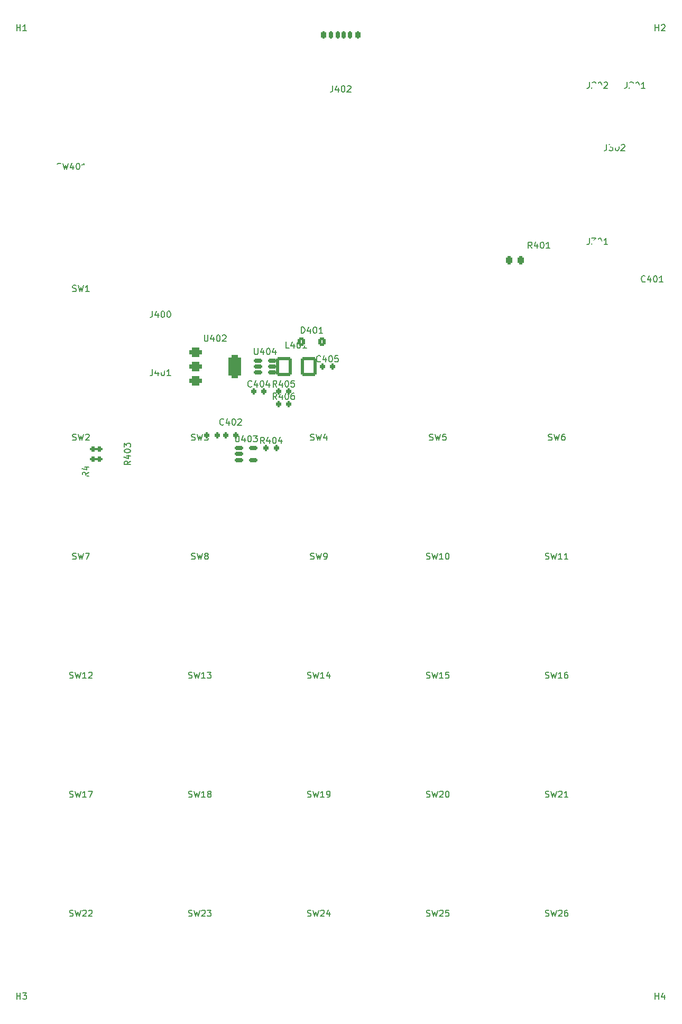
<source format=gto>
%TF.GenerationSoftware,KiCad,Pcbnew,9.0.7*%
%TF.CreationDate,2026-03-01T02:19:44-05:00*%
%TF.ProjectId,Macropad,4d616372-6f70-4616-942e-6b696361645f,rev?*%
%TF.SameCoordinates,Original*%
%TF.FileFunction,Legend,Top*%
%TF.FilePolarity,Positive*%
%FSLAX46Y46*%
G04 Gerber Fmt 4.6, Leading zero omitted, Abs format (unit mm)*
G04 Created by KiCad (PCBNEW 9.0.7) date 2026-03-01 02:19:44*
%MOMM*%
%LPD*%
G01*
G04 APERTURE LIST*
G04 Aperture macros list*
%AMRoundRect*
0 Rectangle with rounded corners*
0 $1 Rounding radius*
0 $2 $3 $4 $5 $6 $7 $8 $9 X,Y pos of 4 corners*
0 Add a 4 corners polygon primitive as box body*
4,1,4,$2,$3,$4,$5,$6,$7,$8,$9,$2,$3,0*
0 Add four circle primitives for the rounded corners*
1,1,$1+$1,$2,$3*
1,1,$1+$1,$4,$5*
1,1,$1+$1,$6,$7*
1,1,$1+$1,$8,$9*
0 Add four rect primitives between the rounded corners*
20,1,$1+$1,$2,$3,$4,$5,0*
20,1,$1+$1,$4,$5,$6,$7,0*
20,1,$1+$1,$6,$7,$8,$9,0*
20,1,$1+$1,$8,$9,$2,$3,0*%
G04 Aperture macros list end*
%ADD10C,0.150000*%
%ADD11O,8.000000X3.600000*%
%ADD12C,4.000000*%
%ADD13C,1.750000*%
%ADD14R,1.600000X1.600000*%
%ADD15O,1.600000X1.600000*%
%ADD16R,1.500000X0.900000*%
%ADD17R,3.900000X3.900000*%
%ADD18R,1.700000X1.700000*%
%ADD19C,1.700000*%
%ADD20O,1.700000X1.700000*%
%ADD21RoundRect,0.375000X-0.625000X-0.375000X0.625000X-0.375000X0.625000X0.375000X-0.625000X0.375000X0*%
%ADD22RoundRect,0.500000X-0.500000X-1.400000X0.500000X-1.400000X0.500000X1.400000X-0.500000X1.400000X0*%
%ADD23RoundRect,0.175000X-0.175000X-0.425000X0.175000X-0.425000X0.175000X0.425000X-0.175000X0.425000X0*%
%ADD24RoundRect,0.190000X0.190000X0.410000X-0.190000X0.410000X-0.190000X-0.410000X0.190000X-0.410000X0*%
%ADD25RoundRect,0.200000X0.200000X0.400000X-0.200000X0.400000X-0.200000X-0.400000X0.200000X-0.400000X0*%
%ADD26RoundRect,0.175000X0.175000X0.425000X-0.175000X0.425000X-0.175000X-0.425000X0.175000X-0.425000X0*%
%ADD27RoundRect,0.190000X-0.190000X-0.410000X0.190000X-0.410000X0.190000X0.410000X-0.190000X0.410000X0*%
%ADD28RoundRect,0.200000X-0.200000X-0.400000X0.200000X-0.400000X0.200000X0.400000X-0.200000X0.400000X0*%
%ADD29O,1.100000X1.700000*%
%ADD30RoundRect,0.150000X-0.512500X-0.150000X0.512500X-0.150000X0.512500X0.150000X-0.512500X0.150000X0*%
%ADD31RoundRect,0.200000X0.275000X-0.200000X0.275000X0.200000X-0.275000X0.200000X-0.275000X-0.200000X0*%
%ADD32RoundRect,0.200000X-0.200000X-0.275000X0.200000X-0.275000X0.200000X0.275000X-0.200000X0.275000X0*%
%ADD33RoundRect,0.250000X-1.000000X-1.250000X1.000000X-1.250000X1.000000X1.250000X-1.000000X1.250000X0*%
%ADD34RoundRect,0.240000X-0.360000X-0.460000X0.360000X-0.460000X0.360000X0.460000X-0.360000X0.460000X0*%
%ADD35RoundRect,0.243750X-0.243750X-0.456250X0.243750X-0.456250X0.243750X0.456250X-0.243750X0.456250X0*%
%ADD36C,1.600000*%
%ADD37R,1.800000X1.800000*%
%ADD38C,1.800000*%
%ADD39C,3.200000*%
G04 APERTURE END LIST*
D10*
X8191667Y-1932200D02*
X8334524Y-1979819D01*
X8334524Y-1979819D02*
X8572619Y-1979819D01*
X8572619Y-1979819D02*
X8667857Y-1932200D01*
X8667857Y-1932200D02*
X8715476Y-1884580D01*
X8715476Y-1884580D02*
X8763095Y-1789342D01*
X8763095Y-1789342D02*
X8763095Y-1694104D01*
X8763095Y-1694104D02*
X8715476Y-1598866D01*
X8715476Y-1598866D02*
X8667857Y-1551247D01*
X8667857Y-1551247D02*
X8572619Y-1503628D01*
X8572619Y-1503628D02*
X8382143Y-1456009D01*
X8382143Y-1456009D02*
X8286905Y-1408390D01*
X8286905Y-1408390D02*
X8239286Y-1360771D01*
X8239286Y-1360771D02*
X8191667Y-1265533D01*
X8191667Y-1265533D02*
X8191667Y-1170295D01*
X8191667Y-1170295D02*
X8239286Y-1075057D01*
X8239286Y-1075057D02*
X8286905Y-1027438D01*
X8286905Y-1027438D02*
X8382143Y-979819D01*
X8382143Y-979819D02*
X8620238Y-979819D01*
X8620238Y-979819D02*
X8763095Y-1027438D01*
X9096429Y-979819D02*
X9334524Y-1979819D01*
X9334524Y-1979819D02*
X9525000Y-1265533D01*
X9525000Y-1265533D02*
X9715476Y-1979819D01*
X9715476Y-1979819D02*
X9953572Y-979819D01*
X10858333Y-1979819D02*
X10286905Y-1979819D01*
X10572619Y-1979819D02*
X10572619Y-979819D01*
X10572619Y-979819D02*
X10477381Y-1122676D01*
X10477381Y-1122676D02*
X10382143Y-1217914D01*
X10382143Y-1217914D02*
X10286905Y-1265533D01*
X8191667Y-25744200D02*
X8334524Y-25791819D01*
X8334524Y-25791819D02*
X8572619Y-25791819D01*
X8572619Y-25791819D02*
X8667857Y-25744200D01*
X8667857Y-25744200D02*
X8715476Y-25696580D01*
X8715476Y-25696580D02*
X8763095Y-25601342D01*
X8763095Y-25601342D02*
X8763095Y-25506104D01*
X8763095Y-25506104D02*
X8715476Y-25410866D01*
X8715476Y-25410866D02*
X8667857Y-25363247D01*
X8667857Y-25363247D02*
X8572619Y-25315628D01*
X8572619Y-25315628D02*
X8382143Y-25268009D01*
X8382143Y-25268009D02*
X8286905Y-25220390D01*
X8286905Y-25220390D02*
X8239286Y-25172771D01*
X8239286Y-25172771D02*
X8191667Y-25077533D01*
X8191667Y-25077533D02*
X8191667Y-24982295D01*
X8191667Y-24982295D02*
X8239286Y-24887057D01*
X8239286Y-24887057D02*
X8286905Y-24839438D01*
X8286905Y-24839438D02*
X8382143Y-24791819D01*
X8382143Y-24791819D02*
X8620238Y-24791819D01*
X8620238Y-24791819D02*
X8763095Y-24839438D01*
X9096429Y-24791819D02*
X9334524Y-25791819D01*
X9334524Y-25791819D02*
X9525000Y-25077533D01*
X9525000Y-25077533D02*
X9715476Y-25791819D01*
X9715476Y-25791819D02*
X9953572Y-24791819D01*
X10286905Y-24887057D02*
X10334524Y-24839438D01*
X10334524Y-24839438D02*
X10429762Y-24791819D01*
X10429762Y-24791819D02*
X10667857Y-24791819D01*
X10667857Y-24791819D02*
X10763095Y-24839438D01*
X10763095Y-24839438D02*
X10810714Y-24887057D01*
X10810714Y-24887057D02*
X10858333Y-24982295D01*
X10858333Y-24982295D02*
X10858333Y-25077533D01*
X10858333Y-25077533D02*
X10810714Y-25220390D01*
X10810714Y-25220390D02*
X10239286Y-25791819D01*
X10239286Y-25791819D02*
X10858333Y-25791819D01*
X27241667Y-25744200D02*
X27384524Y-25791819D01*
X27384524Y-25791819D02*
X27622619Y-25791819D01*
X27622619Y-25791819D02*
X27717857Y-25744200D01*
X27717857Y-25744200D02*
X27765476Y-25696580D01*
X27765476Y-25696580D02*
X27813095Y-25601342D01*
X27813095Y-25601342D02*
X27813095Y-25506104D01*
X27813095Y-25506104D02*
X27765476Y-25410866D01*
X27765476Y-25410866D02*
X27717857Y-25363247D01*
X27717857Y-25363247D02*
X27622619Y-25315628D01*
X27622619Y-25315628D02*
X27432143Y-25268009D01*
X27432143Y-25268009D02*
X27336905Y-25220390D01*
X27336905Y-25220390D02*
X27289286Y-25172771D01*
X27289286Y-25172771D02*
X27241667Y-25077533D01*
X27241667Y-25077533D02*
X27241667Y-24982295D01*
X27241667Y-24982295D02*
X27289286Y-24887057D01*
X27289286Y-24887057D02*
X27336905Y-24839438D01*
X27336905Y-24839438D02*
X27432143Y-24791819D01*
X27432143Y-24791819D02*
X27670238Y-24791819D01*
X27670238Y-24791819D02*
X27813095Y-24839438D01*
X28146429Y-24791819D02*
X28384524Y-25791819D01*
X28384524Y-25791819D02*
X28575000Y-25077533D01*
X28575000Y-25077533D02*
X28765476Y-25791819D01*
X28765476Y-25791819D02*
X29003572Y-24791819D01*
X29289286Y-24791819D02*
X29908333Y-24791819D01*
X29908333Y-24791819D02*
X29575000Y-25172771D01*
X29575000Y-25172771D02*
X29717857Y-25172771D01*
X29717857Y-25172771D02*
X29813095Y-25220390D01*
X29813095Y-25220390D02*
X29860714Y-25268009D01*
X29860714Y-25268009D02*
X29908333Y-25363247D01*
X29908333Y-25363247D02*
X29908333Y-25601342D01*
X29908333Y-25601342D02*
X29860714Y-25696580D01*
X29860714Y-25696580D02*
X29813095Y-25744200D01*
X29813095Y-25744200D02*
X29717857Y-25791819D01*
X29717857Y-25791819D02*
X29432143Y-25791819D01*
X29432143Y-25791819D02*
X29336905Y-25744200D01*
X29336905Y-25744200D02*
X29289286Y-25696580D01*
X46291667Y-25744200D02*
X46434524Y-25791819D01*
X46434524Y-25791819D02*
X46672619Y-25791819D01*
X46672619Y-25791819D02*
X46767857Y-25744200D01*
X46767857Y-25744200D02*
X46815476Y-25696580D01*
X46815476Y-25696580D02*
X46863095Y-25601342D01*
X46863095Y-25601342D02*
X46863095Y-25506104D01*
X46863095Y-25506104D02*
X46815476Y-25410866D01*
X46815476Y-25410866D02*
X46767857Y-25363247D01*
X46767857Y-25363247D02*
X46672619Y-25315628D01*
X46672619Y-25315628D02*
X46482143Y-25268009D01*
X46482143Y-25268009D02*
X46386905Y-25220390D01*
X46386905Y-25220390D02*
X46339286Y-25172771D01*
X46339286Y-25172771D02*
X46291667Y-25077533D01*
X46291667Y-25077533D02*
X46291667Y-24982295D01*
X46291667Y-24982295D02*
X46339286Y-24887057D01*
X46339286Y-24887057D02*
X46386905Y-24839438D01*
X46386905Y-24839438D02*
X46482143Y-24791819D01*
X46482143Y-24791819D02*
X46720238Y-24791819D01*
X46720238Y-24791819D02*
X46863095Y-24839438D01*
X47196429Y-24791819D02*
X47434524Y-25791819D01*
X47434524Y-25791819D02*
X47625000Y-25077533D01*
X47625000Y-25077533D02*
X47815476Y-25791819D01*
X47815476Y-25791819D02*
X48053572Y-24791819D01*
X48863095Y-25125152D02*
X48863095Y-25791819D01*
X48625000Y-24744200D02*
X48386905Y-25458485D01*
X48386905Y-25458485D02*
X49005952Y-25458485D01*
X65341667Y-25744200D02*
X65484524Y-25791819D01*
X65484524Y-25791819D02*
X65722619Y-25791819D01*
X65722619Y-25791819D02*
X65817857Y-25744200D01*
X65817857Y-25744200D02*
X65865476Y-25696580D01*
X65865476Y-25696580D02*
X65913095Y-25601342D01*
X65913095Y-25601342D02*
X65913095Y-25506104D01*
X65913095Y-25506104D02*
X65865476Y-25410866D01*
X65865476Y-25410866D02*
X65817857Y-25363247D01*
X65817857Y-25363247D02*
X65722619Y-25315628D01*
X65722619Y-25315628D02*
X65532143Y-25268009D01*
X65532143Y-25268009D02*
X65436905Y-25220390D01*
X65436905Y-25220390D02*
X65389286Y-25172771D01*
X65389286Y-25172771D02*
X65341667Y-25077533D01*
X65341667Y-25077533D02*
X65341667Y-24982295D01*
X65341667Y-24982295D02*
X65389286Y-24887057D01*
X65389286Y-24887057D02*
X65436905Y-24839438D01*
X65436905Y-24839438D02*
X65532143Y-24791819D01*
X65532143Y-24791819D02*
X65770238Y-24791819D01*
X65770238Y-24791819D02*
X65913095Y-24839438D01*
X66246429Y-24791819D02*
X66484524Y-25791819D01*
X66484524Y-25791819D02*
X66675000Y-25077533D01*
X66675000Y-25077533D02*
X66865476Y-25791819D01*
X66865476Y-25791819D02*
X67103572Y-24791819D01*
X67960714Y-24791819D02*
X67484524Y-24791819D01*
X67484524Y-24791819D02*
X67436905Y-25268009D01*
X67436905Y-25268009D02*
X67484524Y-25220390D01*
X67484524Y-25220390D02*
X67579762Y-25172771D01*
X67579762Y-25172771D02*
X67817857Y-25172771D01*
X67817857Y-25172771D02*
X67913095Y-25220390D01*
X67913095Y-25220390D02*
X67960714Y-25268009D01*
X67960714Y-25268009D02*
X68008333Y-25363247D01*
X68008333Y-25363247D02*
X68008333Y-25601342D01*
X68008333Y-25601342D02*
X67960714Y-25696580D01*
X67960714Y-25696580D02*
X67913095Y-25744200D01*
X67913095Y-25744200D02*
X67817857Y-25791819D01*
X67817857Y-25791819D02*
X67579762Y-25791819D01*
X67579762Y-25791819D02*
X67484524Y-25744200D01*
X67484524Y-25744200D02*
X67436905Y-25696580D01*
X84391667Y-25744200D02*
X84534524Y-25791819D01*
X84534524Y-25791819D02*
X84772619Y-25791819D01*
X84772619Y-25791819D02*
X84867857Y-25744200D01*
X84867857Y-25744200D02*
X84915476Y-25696580D01*
X84915476Y-25696580D02*
X84963095Y-25601342D01*
X84963095Y-25601342D02*
X84963095Y-25506104D01*
X84963095Y-25506104D02*
X84915476Y-25410866D01*
X84915476Y-25410866D02*
X84867857Y-25363247D01*
X84867857Y-25363247D02*
X84772619Y-25315628D01*
X84772619Y-25315628D02*
X84582143Y-25268009D01*
X84582143Y-25268009D02*
X84486905Y-25220390D01*
X84486905Y-25220390D02*
X84439286Y-25172771D01*
X84439286Y-25172771D02*
X84391667Y-25077533D01*
X84391667Y-25077533D02*
X84391667Y-24982295D01*
X84391667Y-24982295D02*
X84439286Y-24887057D01*
X84439286Y-24887057D02*
X84486905Y-24839438D01*
X84486905Y-24839438D02*
X84582143Y-24791819D01*
X84582143Y-24791819D02*
X84820238Y-24791819D01*
X84820238Y-24791819D02*
X84963095Y-24839438D01*
X85296429Y-24791819D02*
X85534524Y-25791819D01*
X85534524Y-25791819D02*
X85725000Y-25077533D01*
X85725000Y-25077533D02*
X85915476Y-25791819D01*
X85915476Y-25791819D02*
X86153572Y-24791819D01*
X86963095Y-24791819D02*
X86772619Y-24791819D01*
X86772619Y-24791819D02*
X86677381Y-24839438D01*
X86677381Y-24839438D02*
X86629762Y-24887057D01*
X86629762Y-24887057D02*
X86534524Y-25029914D01*
X86534524Y-25029914D02*
X86486905Y-25220390D01*
X86486905Y-25220390D02*
X86486905Y-25601342D01*
X86486905Y-25601342D02*
X86534524Y-25696580D01*
X86534524Y-25696580D02*
X86582143Y-25744200D01*
X86582143Y-25744200D02*
X86677381Y-25791819D01*
X86677381Y-25791819D02*
X86867857Y-25791819D01*
X86867857Y-25791819D02*
X86963095Y-25744200D01*
X86963095Y-25744200D02*
X87010714Y-25696580D01*
X87010714Y-25696580D02*
X87058333Y-25601342D01*
X87058333Y-25601342D02*
X87058333Y-25363247D01*
X87058333Y-25363247D02*
X87010714Y-25268009D01*
X87010714Y-25268009D02*
X86963095Y-25220390D01*
X86963095Y-25220390D02*
X86867857Y-25172771D01*
X86867857Y-25172771D02*
X86677381Y-25172771D01*
X86677381Y-25172771D02*
X86582143Y-25220390D01*
X86582143Y-25220390D02*
X86534524Y-25268009D01*
X86534524Y-25268009D02*
X86486905Y-25363247D01*
X8191667Y-44795200D02*
X8334524Y-44842819D01*
X8334524Y-44842819D02*
X8572619Y-44842819D01*
X8572619Y-44842819D02*
X8667857Y-44795200D01*
X8667857Y-44795200D02*
X8715476Y-44747580D01*
X8715476Y-44747580D02*
X8763095Y-44652342D01*
X8763095Y-44652342D02*
X8763095Y-44557104D01*
X8763095Y-44557104D02*
X8715476Y-44461866D01*
X8715476Y-44461866D02*
X8667857Y-44414247D01*
X8667857Y-44414247D02*
X8572619Y-44366628D01*
X8572619Y-44366628D02*
X8382143Y-44319009D01*
X8382143Y-44319009D02*
X8286905Y-44271390D01*
X8286905Y-44271390D02*
X8239286Y-44223771D01*
X8239286Y-44223771D02*
X8191667Y-44128533D01*
X8191667Y-44128533D02*
X8191667Y-44033295D01*
X8191667Y-44033295D02*
X8239286Y-43938057D01*
X8239286Y-43938057D02*
X8286905Y-43890438D01*
X8286905Y-43890438D02*
X8382143Y-43842819D01*
X8382143Y-43842819D02*
X8620238Y-43842819D01*
X8620238Y-43842819D02*
X8763095Y-43890438D01*
X9096429Y-43842819D02*
X9334524Y-44842819D01*
X9334524Y-44842819D02*
X9525000Y-44128533D01*
X9525000Y-44128533D02*
X9715476Y-44842819D01*
X9715476Y-44842819D02*
X9953572Y-43842819D01*
X10239286Y-43842819D02*
X10905952Y-43842819D01*
X10905952Y-43842819D02*
X10477381Y-44842819D01*
X27241667Y-44795200D02*
X27384524Y-44842819D01*
X27384524Y-44842819D02*
X27622619Y-44842819D01*
X27622619Y-44842819D02*
X27717857Y-44795200D01*
X27717857Y-44795200D02*
X27765476Y-44747580D01*
X27765476Y-44747580D02*
X27813095Y-44652342D01*
X27813095Y-44652342D02*
X27813095Y-44557104D01*
X27813095Y-44557104D02*
X27765476Y-44461866D01*
X27765476Y-44461866D02*
X27717857Y-44414247D01*
X27717857Y-44414247D02*
X27622619Y-44366628D01*
X27622619Y-44366628D02*
X27432143Y-44319009D01*
X27432143Y-44319009D02*
X27336905Y-44271390D01*
X27336905Y-44271390D02*
X27289286Y-44223771D01*
X27289286Y-44223771D02*
X27241667Y-44128533D01*
X27241667Y-44128533D02*
X27241667Y-44033295D01*
X27241667Y-44033295D02*
X27289286Y-43938057D01*
X27289286Y-43938057D02*
X27336905Y-43890438D01*
X27336905Y-43890438D02*
X27432143Y-43842819D01*
X27432143Y-43842819D02*
X27670238Y-43842819D01*
X27670238Y-43842819D02*
X27813095Y-43890438D01*
X28146429Y-43842819D02*
X28384524Y-44842819D01*
X28384524Y-44842819D02*
X28575000Y-44128533D01*
X28575000Y-44128533D02*
X28765476Y-44842819D01*
X28765476Y-44842819D02*
X29003572Y-43842819D01*
X29527381Y-44271390D02*
X29432143Y-44223771D01*
X29432143Y-44223771D02*
X29384524Y-44176152D01*
X29384524Y-44176152D02*
X29336905Y-44080914D01*
X29336905Y-44080914D02*
X29336905Y-44033295D01*
X29336905Y-44033295D02*
X29384524Y-43938057D01*
X29384524Y-43938057D02*
X29432143Y-43890438D01*
X29432143Y-43890438D02*
X29527381Y-43842819D01*
X29527381Y-43842819D02*
X29717857Y-43842819D01*
X29717857Y-43842819D02*
X29813095Y-43890438D01*
X29813095Y-43890438D02*
X29860714Y-43938057D01*
X29860714Y-43938057D02*
X29908333Y-44033295D01*
X29908333Y-44033295D02*
X29908333Y-44080914D01*
X29908333Y-44080914D02*
X29860714Y-44176152D01*
X29860714Y-44176152D02*
X29813095Y-44223771D01*
X29813095Y-44223771D02*
X29717857Y-44271390D01*
X29717857Y-44271390D02*
X29527381Y-44271390D01*
X29527381Y-44271390D02*
X29432143Y-44319009D01*
X29432143Y-44319009D02*
X29384524Y-44366628D01*
X29384524Y-44366628D02*
X29336905Y-44461866D01*
X29336905Y-44461866D02*
X29336905Y-44652342D01*
X29336905Y-44652342D02*
X29384524Y-44747580D01*
X29384524Y-44747580D02*
X29432143Y-44795200D01*
X29432143Y-44795200D02*
X29527381Y-44842819D01*
X29527381Y-44842819D02*
X29717857Y-44842819D01*
X29717857Y-44842819D02*
X29813095Y-44795200D01*
X29813095Y-44795200D02*
X29860714Y-44747580D01*
X29860714Y-44747580D02*
X29908333Y-44652342D01*
X29908333Y-44652342D02*
X29908333Y-44461866D01*
X29908333Y-44461866D02*
X29860714Y-44366628D01*
X29860714Y-44366628D02*
X29813095Y-44319009D01*
X29813095Y-44319009D02*
X29717857Y-44271390D01*
X46291667Y-44795200D02*
X46434524Y-44842819D01*
X46434524Y-44842819D02*
X46672619Y-44842819D01*
X46672619Y-44842819D02*
X46767857Y-44795200D01*
X46767857Y-44795200D02*
X46815476Y-44747580D01*
X46815476Y-44747580D02*
X46863095Y-44652342D01*
X46863095Y-44652342D02*
X46863095Y-44557104D01*
X46863095Y-44557104D02*
X46815476Y-44461866D01*
X46815476Y-44461866D02*
X46767857Y-44414247D01*
X46767857Y-44414247D02*
X46672619Y-44366628D01*
X46672619Y-44366628D02*
X46482143Y-44319009D01*
X46482143Y-44319009D02*
X46386905Y-44271390D01*
X46386905Y-44271390D02*
X46339286Y-44223771D01*
X46339286Y-44223771D02*
X46291667Y-44128533D01*
X46291667Y-44128533D02*
X46291667Y-44033295D01*
X46291667Y-44033295D02*
X46339286Y-43938057D01*
X46339286Y-43938057D02*
X46386905Y-43890438D01*
X46386905Y-43890438D02*
X46482143Y-43842819D01*
X46482143Y-43842819D02*
X46720238Y-43842819D01*
X46720238Y-43842819D02*
X46863095Y-43890438D01*
X47196429Y-43842819D02*
X47434524Y-44842819D01*
X47434524Y-44842819D02*
X47625000Y-44128533D01*
X47625000Y-44128533D02*
X47815476Y-44842819D01*
X47815476Y-44842819D02*
X48053572Y-43842819D01*
X48482143Y-44842819D02*
X48672619Y-44842819D01*
X48672619Y-44842819D02*
X48767857Y-44795200D01*
X48767857Y-44795200D02*
X48815476Y-44747580D01*
X48815476Y-44747580D02*
X48910714Y-44604723D01*
X48910714Y-44604723D02*
X48958333Y-44414247D01*
X48958333Y-44414247D02*
X48958333Y-44033295D01*
X48958333Y-44033295D02*
X48910714Y-43938057D01*
X48910714Y-43938057D02*
X48863095Y-43890438D01*
X48863095Y-43890438D02*
X48767857Y-43842819D01*
X48767857Y-43842819D02*
X48577381Y-43842819D01*
X48577381Y-43842819D02*
X48482143Y-43890438D01*
X48482143Y-43890438D02*
X48434524Y-43938057D01*
X48434524Y-43938057D02*
X48386905Y-44033295D01*
X48386905Y-44033295D02*
X48386905Y-44271390D01*
X48386905Y-44271390D02*
X48434524Y-44366628D01*
X48434524Y-44366628D02*
X48482143Y-44414247D01*
X48482143Y-44414247D02*
X48577381Y-44461866D01*
X48577381Y-44461866D02*
X48767857Y-44461866D01*
X48767857Y-44461866D02*
X48863095Y-44414247D01*
X48863095Y-44414247D02*
X48910714Y-44366628D01*
X48910714Y-44366628D02*
X48958333Y-44271390D01*
X64865476Y-44795200D02*
X65008333Y-44842819D01*
X65008333Y-44842819D02*
X65246428Y-44842819D01*
X65246428Y-44842819D02*
X65341666Y-44795200D01*
X65341666Y-44795200D02*
X65389285Y-44747580D01*
X65389285Y-44747580D02*
X65436904Y-44652342D01*
X65436904Y-44652342D02*
X65436904Y-44557104D01*
X65436904Y-44557104D02*
X65389285Y-44461866D01*
X65389285Y-44461866D02*
X65341666Y-44414247D01*
X65341666Y-44414247D02*
X65246428Y-44366628D01*
X65246428Y-44366628D02*
X65055952Y-44319009D01*
X65055952Y-44319009D02*
X64960714Y-44271390D01*
X64960714Y-44271390D02*
X64913095Y-44223771D01*
X64913095Y-44223771D02*
X64865476Y-44128533D01*
X64865476Y-44128533D02*
X64865476Y-44033295D01*
X64865476Y-44033295D02*
X64913095Y-43938057D01*
X64913095Y-43938057D02*
X64960714Y-43890438D01*
X64960714Y-43890438D02*
X65055952Y-43842819D01*
X65055952Y-43842819D02*
X65294047Y-43842819D01*
X65294047Y-43842819D02*
X65436904Y-43890438D01*
X65770238Y-43842819D02*
X66008333Y-44842819D01*
X66008333Y-44842819D02*
X66198809Y-44128533D01*
X66198809Y-44128533D02*
X66389285Y-44842819D01*
X66389285Y-44842819D02*
X66627381Y-43842819D01*
X67532142Y-44842819D02*
X66960714Y-44842819D01*
X67246428Y-44842819D02*
X67246428Y-43842819D01*
X67246428Y-43842819D02*
X67151190Y-43985676D01*
X67151190Y-43985676D02*
X67055952Y-44080914D01*
X67055952Y-44080914D02*
X66960714Y-44128533D01*
X68151190Y-43842819D02*
X68246428Y-43842819D01*
X68246428Y-43842819D02*
X68341666Y-43890438D01*
X68341666Y-43890438D02*
X68389285Y-43938057D01*
X68389285Y-43938057D02*
X68436904Y-44033295D01*
X68436904Y-44033295D02*
X68484523Y-44223771D01*
X68484523Y-44223771D02*
X68484523Y-44461866D01*
X68484523Y-44461866D02*
X68436904Y-44652342D01*
X68436904Y-44652342D02*
X68389285Y-44747580D01*
X68389285Y-44747580D02*
X68341666Y-44795200D01*
X68341666Y-44795200D02*
X68246428Y-44842819D01*
X68246428Y-44842819D02*
X68151190Y-44842819D01*
X68151190Y-44842819D02*
X68055952Y-44795200D01*
X68055952Y-44795200D02*
X68008333Y-44747580D01*
X68008333Y-44747580D02*
X67960714Y-44652342D01*
X67960714Y-44652342D02*
X67913095Y-44461866D01*
X67913095Y-44461866D02*
X67913095Y-44223771D01*
X67913095Y-44223771D02*
X67960714Y-44033295D01*
X67960714Y-44033295D02*
X68008333Y-43938057D01*
X68008333Y-43938057D02*
X68055952Y-43890438D01*
X68055952Y-43890438D02*
X68151190Y-43842819D01*
X83915476Y-44795200D02*
X84058333Y-44842819D01*
X84058333Y-44842819D02*
X84296428Y-44842819D01*
X84296428Y-44842819D02*
X84391666Y-44795200D01*
X84391666Y-44795200D02*
X84439285Y-44747580D01*
X84439285Y-44747580D02*
X84486904Y-44652342D01*
X84486904Y-44652342D02*
X84486904Y-44557104D01*
X84486904Y-44557104D02*
X84439285Y-44461866D01*
X84439285Y-44461866D02*
X84391666Y-44414247D01*
X84391666Y-44414247D02*
X84296428Y-44366628D01*
X84296428Y-44366628D02*
X84105952Y-44319009D01*
X84105952Y-44319009D02*
X84010714Y-44271390D01*
X84010714Y-44271390D02*
X83963095Y-44223771D01*
X83963095Y-44223771D02*
X83915476Y-44128533D01*
X83915476Y-44128533D02*
X83915476Y-44033295D01*
X83915476Y-44033295D02*
X83963095Y-43938057D01*
X83963095Y-43938057D02*
X84010714Y-43890438D01*
X84010714Y-43890438D02*
X84105952Y-43842819D01*
X84105952Y-43842819D02*
X84344047Y-43842819D01*
X84344047Y-43842819D02*
X84486904Y-43890438D01*
X84820238Y-43842819D02*
X85058333Y-44842819D01*
X85058333Y-44842819D02*
X85248809Y-44128533D01*
X85248809Y-44128533D02*
X85439285Y-44842819D01*
X85439285Y-44842819D02*
X85677381Y-43842819D01*
X86582142Y-44842819D02*
X86010714Y-44842819D01*
X86296428Y-44842819D02*
X86296428Y-43842819D01*
X86296428Y-43842819D02*
X86201190Y-43985676D01*
X86201190Y-43985676D02*
X86105952Y-44080914D01*
X86105952Y-44080914D02*
X86010714Y-44128533D01*
X87534523Y-44842819D02*
X86963095Y-44842819D01*
X87248809Y-44842819D02*
X87248809Y-43842819D01*
X87248809Y-43842819D02*
X87153571Y-43985676D01*
X87153571Y-43985676D02*
X87058333Y-44080914D01*
X87058333Y-44080914D02*
X86963095Y-44128533D01*
X7715476Y-63845200D02*
X7858333Y-63892819D01*
X7858333Y-63892819D02*
X8096428Y-63892819D01*
X8096428Y-63892819D02*
X8191666Y-63845200D01*
X8191666Y-63845200D02*
X8239285Y-63797580D01*
X8239285Y-63797580D02*
X8286904Y-63702342D01*
X8286904Y-63702342D02*
X8286904Y-63607104D01*
X8286904Y-63607104D02*
X8239285Y-63511866D01*
X8239285Y-63511866D02*
X8191666Y-63464247D01*
X8191666Y-63464247D02*
X8096428Y-63416628D01*
X8096428Y-63416628D02*
X7905952Y-63369009D01*
X7905952Y-63369009D02*
X7810714Y-63321390D01*
X7810714Y-63321390D02*
X7763095Y-63273771D01*
X7763095Y-63273771D02*
X7715476Y-63178533D01*
X7715476Y-63178533D02*
X7715476Y-63083295D01*
X7715476Y-63083295D02*
X7763095Y-62988057D01*
X7763095Y-62988057D02*
X7810714Y-62940438D01*
X7810714Y-62940438D02*
X7905952Y-62892819D01*
X7905952Y-62892819D02*
X8144047Y-62892819D01*
X8144047Y-62892819D02*
X8286904Y-62940438D01*
X8620238Y-62892819D02*
X8858333Y-63892819D01*
X8858333Y-63892819D02*
X9048809Y-63178533D01*
X9048809Y-63178533D02*
X9239285Y-63892819D01*
X9239285Y-63892819D02*
X9477381Y-62892819D01*
X10382142Y-63892819D02*
X9810714Y-63892819D01*
X10096428Y-63892819D02*
X10096428Y-62892819D01*
X10096428Y-62892819D02*
X10001190Y-63035676D01*
X10001190Y-63035676D02*
X9905952Y-63130914D01*
X9905952Y-63130914D02*
X9810714Y-63178533D01*
X10763095Y-62988057D02*
X10810714Y-62940438D01*
X10810714Y-62940438D02*
X10905952Y-62892819D01*
X10905952Y-62892819D02*
X11144047Y-62892819D01*
X11144047Y-62892819D02*
X11239285Y-62940438D01*
X11239285Y-62940438D02*
X11286904Y-62988057D01*
X11286904Y-62988057D02*
X11334523Y-63083295D01*
X11334523Y-63083295D02*
X11334523Y-63178533D01*
X11334523Y-63178533D02*
X11286904Y-63321390D01*
X11286904Y-63321390D02*
X10715476Y-63892819D01*
X10715476Y-63892819D02*
X11334523Y-63892819D01*
X26765476Y-63845200D02*
X26908333Y-63892819D01*
X26908333Y-63892819D02*
X27146428Y-63892819D01*
X27146428Y-63892819D02*
X27241666Y-63845200D01*
X27241666Y-63845200D02*
X27289285Y-63797580D01*
X27289285Y-63797580D02*
X27336904Y-63702342D01*
X27336904Y-63702342D02*
X27336904Y-63607104D01*
X27336904Y-63607104D02*
X27289285Y-63511866D01*
X27289285Y-63511866D02*
X27241666Y-63464247D01*
X27241666Y-63464247D02*
X27146428Y-63416628D01*
X27146428Y-63416628D02*
X26955952Y-63369009D01*
X26955952Y-63369009D02*
X26860714Y-63321390D01*
X26860714Y-63321390D02*
X26813095Y-63273771D01*
X26813095Y-63273771D02*
X26765476Y-63178533D01*
X26765476Y-63178533D02*
X26765476Y-63083295D01*
X26765476Y-63083295D02*
X26813095Y-62988057D01*
X26813095Y-62988057D02*
X26860714Y-62940438D01*
X26860714Y-62940438D02*
X26955952Y-62892819D01*
X26955952Y-62892819D02*
X27194047Y-62892819D01*
X27194047Y-62892819D02*
X27336904Y-62940438D01*
X27670238Y-62892819D02*
X27908333Y-63892819D01*
X27908333Y-63892819D02*
X28098809Y-63178533D01*
X28098809Y-63178533D02*
X28289285Y-63892819D01*
X28289285Y-63892819D02*
X28527381Y-62892819D01*
X29432142Y-63892819D02*
X28860714Y-63892819D01*
X29146428Y-63892819D02*
X29146428Y-62892819D01*
X29146428Y-62892819D02*
X29051190Y-63035676D01*
X29051190Y-63035676D02*
X28955952Y-63130914D01*
X28955952Y-63130914D02*
X28860714Y-63178533D01*
X29765476Y-62892819D02*
X30384523Y-62892819D01*
X30384523Y-62892819D02*
X30051190Y-63273771D01*
X30051190Y-63273771D02*
X30194047Y-63273771D01*
X30194047Y-63273771D02*
X30289285Y-63321390D01*
X30289285Y-63321390D02*
X30336904Y-63369009D01*
X30336904Y-63369009D02*
X30384523Y-63464247D01*
X30384523Y-63464247D02*
X30384523Y-63702342D01*
X30384523Y-63702342D02*
X30336904Y-63797580D01*
X30336904Y-63797580D02*
X30289285Y-63845200D01*
X30289285Y-63845200D02*
X30194047Y-63892819D01*
X30194047Y-63892819D02*
X29908333Y-63892819D01*
X29908333Y-63892819D02*
X29813095Y-63845200D01*
X29813095Y-63845200D02*
X29765476Y-63797580D01*
X45815476Y-63845200D02*
X45958333Y-63892819D01*
X45958333Y-63892819D02*
X46196428Y-63892819D01*
X46196428Y-63892819D02*
X46291666Y-63845200D01*
X46291666Y-63845200D02*
X46339285Y-63797580D01*
X46339285Y-63797580D02*
X46386904Y-63702342D01*
X46386904Y-63702342D02*
X46386904Y-63607104D01*
X46386904Y-63607104D02*
X46339285Y-63511866D01*
X46339285Y-63511866D02*
X46291666Y-63464247D01*
X46291666Y-63464247D02*
X46196428Y-63416628D01*
X46196428Y-63416628D02*
X46005952Y-63369009D01*
X46005952Y-63369009D02*
X45910714Y-63321390D01*
X45910714Y-63321390D02*
X45863095Y-63273771D01*
X45863095Y-63273771D02*
X45815476Y-63178533D01*
X45815476Y-63178533D02*
X45815476Y-63083295D01*
X45815476Y-63083295D02*
X45863095Y-62988057D01*
X45863095Y-62988057D02*
X45910714Y-62940438D01*
X45910714Y-62940438D02*
X46005952Y-62892819D01*
X46005952Y-62892819D02*
X46244047Y-62892819D01*
X46244047Y-62892819D02*
X46386904Y-62940438D01*
X46720238Y-62892819D02*
X46958333Y-63892819D01*
X46958333Y-63892819D02*
X47148809Y-63178533D01*
X47148809Y-63178533D02*
X47339285Y-63892819D01*
X47339285Y-63892819D02*
X47577381Y-62892819D01*
X48482142Y-63892819D02*
X47910714Y-63892819D01*
X48196428Y-63892819D02*
X48196428Y-62892819D01*
X48196428Y-62892819D02*
X48101190Y-63035676D01*
X48101190Y-63035676D02*
X48005952Y-63130914D01*
X48005952Y-63130914D02*
X47910714Y-63178533D01*
X49339285Y-63226152D02*
X49339285Y-63892819D01*
X49101190Y-62845200D02*
X48863095Y-63559485D01*
X48863095Y-63559485D02*
X49482142Y-63559485D01*
X64865476Y-63845200D02*
X65008333Y-63892819D01*
X65008333Y-63892819D02*
X65246428Y-63892819D01*
X65246428Y-63892819D02*
X65341666Y-63845200D01*
X65341666Y-63845200D02*
X65389285Y-63797580D01*
X65389285Y-63797580D02*
X65436904Y-63702342D01*
X65436904Y-63702342D02*
X65436904Y-63607104D01*
X65436904Y-63607104D02*
X65389285Y-63511866D01*
X65389285Y-63511866D02*
X65341666Y-63464247D01*
X65341666Y-63464247D02*
X65246428Y-63416628D01*
X65246428Y-63416628D02*
X65055952Y-63369009D01*
X65055952Y-63369009D02*
X64960714Y-63321390D01*
X64960714Y-63321390D02*
X64913095Y-63273771D01*
X64913095Y-63273771D02*
X64865476Y-63178533D01*
X64865476Y-63178533D02*
X64865476Y-63083295D01*
X64865476Y-63083295D02*
X64913095Y-62988057D01*
X64913095Y-62988057D02*
X64960714Y-62940438D01*
X64960714Y-62940438D02*
X65055952Y-62892819D01*
X65055952Y-62892819D02*
X65294047Y-62892819D01*
X65294047Y-62892819D02*
X65436904Y-62940438D01*
X65770238Y-62892819D02*
X66008333Y-63892819D01*
X66008333Y-63892819D02*
X66198809Y-63178533D01*
X66198809Y-63178533D02*
X66389285Y-63892819D01*
X66389285Y-63892819D02*
X66627381Y-62892819D01*
X67532142Y-63892819D02*
X66960714Y-63892819D01*
X67246428Y-63892819D02*
X67246428Y-62892819D01*
X67246428Y-62892819D02*
X67151190Y-63035676D01*
X67151190Y-63035676D02*
X67055952Y-63130914D01*
X67055952Y-63130914D02*
X66960714Y-63178533D01*
X68436904Y-62892819D02*
X67960714Y-62892819D01*
X67960714Y-62892819D02*
X67913095Y-63369009D01*
X67913095Y-63369009D02*
X67960714Y-63321390D01*
X67960714Y-63321390D02*
X68055952Y-63273771D01*
X68055952Y-63273771D02*
X68294047Y-63273771D01*
X68294047Y-63273771D02*
X68389285Y-63321390D01*
X68389285Y-63321390D02*
X68436904Y-63369009D01*
X68436904Y-63369009D02*
X68484523Y-63464247D01*
X68484523Y-63464247D02*
X68484523Y-63702342D01*
X68484523Y-63702342D02*
X68436904Y-63797580D01*
X68436904Y-63797580D02*
X68389285Y-63845200D01*
X68389285Y-63845200D02*
X68294047Y-63892819D01*
X68294047Y-63892819D02*
X68055952Y-63892819D01*
X68055952Y-63892819D02*
X67960714Y-63845200D01*
X67960714Y-63845200D02*
X67913095Y-63797580D01*
X83915476Y-63845200D02*
X84058333Y-63892819D01*
X84058333Y-63892819D02*
X84296428Y-63892819D01*
X84296428Y-63892819D02*
X84391666Y-63845200D01*
X84391666Y-63845200D02*
X84439285Y-63797580D01*
X84439285Y-63797580D02*
X84486904Y-63702342D01*
X84486904Y-63702342D02*
X84486904Y-63607104D01*
X84486904Y-63607104D02*
X84439285Y-63511866D01*
X84439285Y-63511866D02*
X84391666Y-63464247D01*
X84391666Y-63464247D02*
X84296428Y-63416628D01*
X84296428Y-63416628D02*
X84105952Y-63369009D01*
X84105952Y-63369009D02*
X84010714Y-63321390D01*
X84010714Y-63321390D02*
X83963095Y-63273771D01*
X83963095Y-63273771D02*
X83915476Y-63178533D01*
X83915476Y-63178533D02*
X83915476Y-63083295D01*
X83915476Y-63083295D02*
X83963095Y-62988057D01*
X83963095Y-62988057D02*
X84010714Y-62940438D01*
X84010714Y-62940438D02*
X84105952Y-62892819D01*
X84105952Y-62892819D02*
X84344047Y-62892819D01*
X84344047Y-62892819D02*
X84486904Y-62940438D01*
X84820238Y-62892819D02*
X85058333Y-63892819D01*
X85058333Y-63892819D02*
X85248809Y-63178533D01*
X85248809Y-63178533D02*
X85439285Y-63892819D01*
X85439285Y-63892819D02*
X85677381Y-62892819D01*
X86582142Y-63892819D02*
X86010714Y-63892819D01*
X86296428Y-63892819D02*
X86296428Y-62892819D01*
X86296428Y-62892819D02*
X86201190Y-63035676D01*
X86201190Y-63035676D02*
X86105952Y-63130914D01*
X86105952Y-63130914D02*
X86010714Y-63178533D01*
X87439285Y-62892819D02*
X87248809Y-62892819D01*
X87248809Y-62892819D02*
X87153571Y-62940438D01*
X87153571Y-62940438D02*
X87105952Y-62988057D01*
X87105952Y-62988057D02*
X87010714Y-63130914D01*
X87010714Y-63130914D02*
X86963095Y-63321390D01*
X86963095Y-63321390D02*
X86963095Y-63702342D01*
X86963095Y-63702342D02*
X87010714Y-63797580D01*
X87010714Y-63797580D02*
X87058333Y-63845200D01*
X87058333Y-63845200D02*
X87153571Y-63892819D01*
X87153571Y-63892819D02*
X87344047Y-63892819D01*
X87344047Y-63892819D02*
X87439285Y-63845200D01*
X87439285Y-63845200D02*
X87486904Y-63797580D01*
X87486904Y-63797580D02*
X87534523Y-63702342D01*
X87534523Y-63702342D02*
X87534523Y-63464247D01*
X87534523Y-63464247D02*
X87486904Y-63369009D01*
X87486904Y-63369009D02*
X87439285Y-63321390D01*
X87439285Y-63321390D02*
X87344047Y-63273771D01*
X87344047Y-63273771D02*
X87153571Y-63273771D01*
X87153571Y-63273771D02*
X87058333Y-63321390D01*
X87058333Y-63321390D02*
X87010714Y-63369009D01*
X87010714Y-63369009D02*
X86963095Y-63464247D01*
X7715476Y-82894200D02*
X7858333Y-82941819D01*
X7858333Y-82941819D02*
X8096428Y-82941819D01*
X8096428Y-82941819D02*
X8191666Y-82894200D01*
X8191666Y-82894200D02*
X8239285Y-82846580D01*
X8239285Y-82846580D02*
X8286904Y-82751342D01*
X8286904Y-82751342D02*
X8286904Y-82656104D01*
X8286904Y-82656104D02*
X8239285Y-82560866D01*
X8239285Y-82560866D02*
X8191666Y-82513247D01*
X8191666Y-82513247D02*
X8096428Y-82465628D01*
X8096428Y-82465628D02*
X7905952Y-82418009D01*
X7905952Y-82418009D02*
X7810714Y-82370390D01*
X7810714Y-82370390D02*
X7763095Y-82322771D01*
X7763095Y-82322771D02*
X7715476Y-82227533D01*
X7715476Y-82227533D02*
X7715476Y-82132295D01*
X7715476Y-82132295D02*
X7763095Y-82037057D01*
X7763095Y-82037057D02*
X7810714Y-81989438D01*
X7810714Y-81989438D02*
X7905952Y-81941819D01*
X7905952Y-81941819D02*
X8144047Y-81941819D01*
X8144047Y-81941819D02*
X8286904Y-81989438D01*
X8620238Y-81941819D02*
X8858333Y-82941819D01*
X8858333Y-82941819D02*
X9048809Y-82227533D01*
X9048809Y-82227533D02*
X9239285Y-82941819D01*
X9239285Y-82941819D02*
X9477381Y-81941819D01*
X10382142Y-82941819D02*
X9810714Y-82941819D01*
X10096428Y-82941819D02*
X10096428Y-81941819D01*
X10096428Y-81941819D02*
X10001190Y-82084676D01*
X10001190Y-82084676D02*
X9905952Y-82179914D01*
X9905952Y-82179914D02*
X9810714Y-82227533D01*
X10715476Y-81941819D02*
X11382142Y-81941819D01*
X11382142Y-81941819D02*
X10953571Y-82941819D01*
X26765476Y-82894200D02*
X26908333Y-82941819D01*
X26908333Y-82941819D02*
X27146428Y-82941819D01*
X27146428Y-82941819D02*
X27241666Y-82894200D01*
X27241666Y-82894200D02*
X27289285Y-82846580D01*
X27289285Y-82846580D02*
X27336904Y-82751342D01*
X27336904Y-82751342D02*
X27336904Y-82656104D01*
X27336904Y-82656104D02*
X27289285Y-82560866D01*
X27289285Y-82560866D02*
X27241666Y-82513247D01*
X27241666Y-82513247D02*
X27146428Y-82465628D01*
X27146428Y-82465628D02*
X26955952Y-82418009D01*
X26955952Y-82418009D02*
X26860714Y-82370390D01*
X26860714Y-82370390D02*
X26813095Y-82322771D01*
X26813095Y-82322771D02*
X26765476Y-82227533D01*
X26765476Y-82227533D02*
X26765476Y-82132295D01*
X26765476Y-82132295D02*
X26813095Y-82037057D01*
X26813095Y-82037057D02*
X26860714Y-81989438D01*
X26860714Y-81989438D02*
X26955952Y-81941819D01*
X26955952Y-81941819D02*
X27194047Y-81941819D01*
X27194047Y-81941819D02*
X27336904Y-81989438D01*
X27670238Y-81941819D02*
X27908333Y-82941819D01*
X27908333Y-82941819D02*
X28098809Y-82227533D01*
X28098809Y-82227533D02*
X28289285Y-82941819D01*
X28289285Y-82941819D02*
X28527381Y-81941819D01*
X29432142Y-82941819D02*
X28860714Y-82941819D01*
X29146428Y-82941819D02*
X29146428Y-81941819D01*
X29146428Y-81941819D02*
X29051190Y-82084676D01*
X29051190Y-82084676D02*
X28955952Y-82179914D01*
X28955952Y-82179914D02*
X28860714Y-82227533D01*
X30003571Y-82370390D02*
X29908333Y-82322771D01*
X29908333Y-82322771D02*
X29860714Y-82275152D01*
X29860714Y-82275152D02*
X29813095Y-82179914D01*
X29813095Y-82179914D02*
X29813095Y-82132295D01*
X29813095Y-82132295D02*
X29860714Y-82037057D01*
X29860714Y-82037057D02*
X29908333Y-81989438D01*
X29908333Y-81989438D02*
X30003571Y-81941819D01*
X30003571Y-81941819D02*
X30194047Y-81941819D01*
X30194047Y-81941819D02*
X30289285Y-81989438D01*
X30289285Y-81989438D02*
X30336904Y-82037057D01*
X30336904Y-82037057D02*
X30384523Y-82132295D01*
X30384523Y-82132295D02*
X30384523Y-82179914D01*
X30384523Y-82179914D02*
X30336904Y-82275152D01*
X30336904Y-82275152D02*
X30289285Y-82322771D01*
X30289285Y-82322771D02*
X30194047Y-82370390D01*
X30194047Y-82370390D02*
X30003571Y-82370390D01*
X30003571Y-82370390D02*
X29908333Y-82418009D01*
X29908333Y-82418009D02*
X29860714Y-82465628D01*
X29860714Y-82465628D02*
X29813095Y-82560866D01*
X29813095Y-82560866D02*
X29813095Y-82751342D01*
X29813095Y-82751342D02*
X29860714Y-82846580D01*
X29860714Y-82846580D02*
X29908333Y-82894200D01*
X29908333Y-82894200D02*
X30003571Y-82941819D01*
X30003571Y-82941819D02*
X30194047Y-82941819D01*
X30194047Y-82941819D02*
X30289285Y-82894200D01*
X30289285Y-82894200D02*
X30336904Y-82846580D01*
X30336904Y-82846580D02*
X30384523Y-82751342D01*
X30384523Y-82751342D02*
X30384523Y-82560866D01*
X30384523Y-82560866D02*
X30336904Y-82465628D01*
X30336904Y-82465628D02*
X30289285Y-82418009D01*
X30289285Y-82418009D02*
X30194047Y-82370390D01*
X45815476Y-82894200D02*
X45958333Y-82941819D01*
X45958333Y-82941819D02*
X46196428Y-82941819D01*
X46196428Y-82941819D02*
X46291666Y-82894200D01*
X46291666Y-82894200D02*
X46339285Y-82846580D01*
X46339285Y-82846580D02*
X46386904Y-82751342D01*
X46386904Y-82751342D02*
X46386904Y-82656104D01*
X46386904Y-82656104D02*
X46339285Y-82560866D01*
X46339285Y-82560866D02*
X46291666Y-82513247D01*
X46291666Y-82513247D02*
X46196428Y-82465628D01*
X46196428Y-82465628D02*
X46005952Y-82418009D01*
X46005952Y-82418009D02*
X45910714Y-82370390D01*
X45910714Y-82370390D02*
X45863095Y-82322771D01*
X45863095Y-82322771D02*
X45815476Y-82227533D01*
X45815476Y-82227533D02*
X45815476Y-82132295D01*
X45815476Y-82132295D02*
X45863095Y-82037057D01*
X45863095Y-82037057D02*
X45910714Y-81989438D01*
X45910714Y-81989438D02*
X46005952Y-81941819D01*
X46005952Y-81941819D02*
X46244047Y-81941819D01*
X46244047Y-81941819D02*
X46386904Y-81989438D01*
X46720238Y-81941819D02*
X46958333Y-82941819D01*
X46958333Y-82941819D02*
X47148809Y-82227533D01*
X47148809Y-82227533D02*
X47339285Y-82941819D01*
X47339285Y-82941819D02*
X47577381Y-81941819D01*
X48482142Y-82941819D02*
X47910714Y-82941819D01*
X48196428Y-82941819D02*
X48196428Y-81941819D01*
X48196428Y-81941819D02*
X48101190Y-82084676D01*
X48101190Y-82084676D02*
X48005952Y-82179914D01*
X48005952Y-82179914D02*
X47910714Y-82227533D01*
X48958333Y-82941819D02*
X49148809Y-82941819D01*
X49148809Y-82941819D02*
X49244047Y-82894200D01*
X49244047Y-82894200D02*
X49291666Y-82846580D01*
X49291666Y-82846580D02*
X49386904Y-82703723D01*
X49386904Y-82703723D02*
X49434523Y-82513247D01*
X49434523Y-82513247D02*
X49434523Y-82132295D01*
X49434523Y-82132295D02*
X49386904Y-82037057D01*
X49386904Y-82037057D02*
X49339285Y-81989438D01*
X49339285Y-81989438D02*
X49244047Y-81941819D01*
X49244047Y-81941819D02*
X49053571Y-81941819D01*
X49053571Y-81941819D02*
X48958333Y-81989438D01*
X48958333Y-81989438D02*
X48910714Y-82037057D01*
X48910714Y-82037057D02*
X48863095Y-82132295D01*
X48863095Y-82132295D02*
X48863095Y-82370390D01*
X48863095Y-82370390D02*
X48910714Y-82465628D01*
X48910714Y-82465628D02*
X48958333Y-82513247D01*
X48958333Y-82513247D02*
X49053571Y-82560866D01*
X49053571Y-82560866D02*
X49244047Y-82560866D01*
X49244047Y-82560866D02*
X49339285Y-82513247D01*
X49339285Y-82513247D02*
X49386904Y-82465628D01*
X49386904Y-82465628D02*
X49434523Y-82370390D01*
X64865476Y-82894200D02*
X65008333Y-82941819D01*
X65008333Y-82941819D02*
X65246428Y-82941819D01*
X65246428Y-82941819D02*
X65341666Y-82894200D01*
X65341666Y-82894200D02*
X65389285Y-82846580D01*
X65389285Y-82846580D02*
X65436904Y-82751342D01*
X65436904Y-82751342D02*
X65436904Y-82656104D01*
X65436904Y-82656104D02*
X65389285Y-82560866D01*
X65389285Y-82560866D02*
X65341666Y-82513247D01*
X65341666Y-82513247D02*
X65246428Y-82465628D01*
X65246428Y-82465628D02*
X65055952Y-82418009D01*
X65055952Y-82418009D02*
X64960714Y-82370390D01*
X64960714Y-82370390D02*
X64913095Y-82322771D01*
X64913095Y-82322771D02*
X64865476Y-82227533D01*
X64865476Y-82227533D02*
X64865476Y-82132295D01*
X64865476Y-82132295D02*
X64913095Y-82037057D01*
X64913095Y-82037057D02*
X64960714Y-81989438D01*
X64960714Y-81989438D02*
X65055952Y-81941819D01*
X65055952Y-81941819D02*
X65294047Y-81941819D01*
X65294047Y-81941819D02*
X65436904Y-81989438D01*
X65770238Y-81941819D02*
X66008333Y-82941819D01*
X66008333Y-82941819D02*
X66198809Y-82227533D01*
X66198809Y-82227533D02*
X66389285Y-82941819D01*
X66389285Y-82941819D02*
X66627381Y-81941819D01*
X66960714Y-82037057D02*
X67008333Y-81989438D01*
X67008333Y-81989438D02*
X67103571Y-81941819D01*
X67103571Y-81941819D02*
X67341666Y-81941819D01*
X67341666Y-81941819D02*
X67436904Y-81989438D01*
X67436904Y-81989438D02*
X67484523Y-82037057D01*
X67484523Y-82037057D02*
X67532142Y-82132295D01*
X67532142Y-82132295D02*
X67532142Y-82227533D01*
X67532142Y-82227533D02*
X67484523Y-82370390D01*
X67484523Y-82370390D02*
X66913095Y-82941819D01*
X66913095Y-82941819D02*
X67532142Y-82941819D01*
X68151190Y-81941819D02*
X68246428Y-81941819D01*
X68246428Y-81941819D02*
X68341666Y-81989438D01*
X68341666Y-81989438D02*
X68389285Y-82037057D01*
X68389285Y-82037057D02*
X68436904Y-82132295D01*
X68436904Y-82132295D02*
X68484523Y-82322771D01*
X68484523Y-82322771D02*
X68484523Y-82560866D01*
X68484523Y-82560866D02*
X68436904Y-82751342D01*
X68436904Y-82751342D02*
X68389285Y-82846580D01*
X68389285Y-82846580D02*
X68341666Y-82894200D01*
X68341666Y-82894200D02*
X68246428Y-82941819D01*
X68246428Y-82941819D02*
X68151190Y-82941819D01*
X68151190Y-82941819D02*
X68055952Y-82894200D01*
X68055952Y-82894200D02*
X68008333Y-82846580D01*
X68008333Y-82846580D02*
X67960714Y-82751342D01*
X67960714Y-82751342D02*
X67913095Y-82560866D01*
X67913095Y-82560866D02*
X67913095Y-82322771D01*
X67913095Y-82322771D02*
X67960714Y-82132295D01*
X67960714Y-82132295D02*
X68008333Y-82037057D01*
X68008333Y-82037057D02*
X68055952Y-81989438D01*
X68055952Y-81989438D02*
X68151190Y-81941819D01*
X83915476Y-82894200D02*
X84058333Y-82941819D01*
X84058333Y-82941819D02*
X84296428Y-82941819D01*
X84296428Y-82941819D02*
X84391666Y-82894200D01*
X84391666Y-82894200D02*
X84439285Y-82846580D01*
X84439285Y-82846580D02*
X84486904Y-82751342D01*
X84486904Y-82751342D02*
X84486904Y-82656104D01*
X84486904Y-82656104D02*
X84439285Y-82560866D01*
X84439285Y-82560866D02*
X84391666Y-82513247D01*
X84391666Y-82513247D02*
X84296428Y-82465628D01*
X84296428Y-82465628D02*
X84105952Y-82418009D01*
X84105952Y-82418009D02*
X84010714Y-82370390D01*
X84010714Y-82370390D02*
X83963095Y-82322771D01*
X83963095Y-82322771D02*
X83915476Y-82227533D01*
X83915476Y-82227533D02*
X83915476Y-82132295D01*
X83915476Y-82132295D02*
X83963095Y-82037057D01*
X83963095Y-82037057D02*
X84010714Y-81989438D01*
X84010714Y-81989438D02*
X84105952Y-81941819D01*
X84105952Y-81941819D02*
X84344047Y-81941819D01*
X84344047Y-81941819D02*
X84486904Y-81989438D01*
X84820238Y-81941819D02*
X85058333Y-82941819D01*
X85058333Y-82941819D02*
X85248809Y-82227533D01*
X85248809Y-82227533D02*
X85439285Y-82941819D01*
X85439285Y-82941819D02*
X85677381Y-81941819D01*
X86010714Y-82037057D02*
X86058333Y-81989438D01*
X86058333Y-81989438D02*
X86153571Y-81941819D01*
X86153571Y-81941819D02*
X86391666Y-81941819D01*
X86391666Y-81941819D02*
X86486904Y-81989438D01*
X86486904Y-81989438D02*
X86534523Y-82037057D01*
X86534523Y-82037057D02*
X86582142Y-82132295D01*
X86582142Y-82132295D02*
X86582142Y-82227533D01*
X86582142Y-82227533D02*
X86534523Y-82370390D01*
X86534523Y-82370390D02*
X85963095Y-82941819D01*
X85963095Y-82941819D02*
X86582142Y-82941819D01*
X87534523Y-82941819D02*
X86963095Y-82941819D01*
X87248809Y-82941819D02*
X87248809Y-81941819D01*
X87248809Y-81941819D02*
X87153571Y-82084676D01*
X87153571Y-82084676D02*
X87058333Y-82179914D01*
X87058333Y-82179914D02*
X86963095Y-82227533D01*
X7715476Y-101945200D02*
X7858333Y-101992819D01*
X7858333Y-101992819D02*
X8096428Y-101992819D01*
X8096428Y-101992819D02*
X8191666Y-101945200D01*
X8191666Y-101945200D02*
X8239285Y-101897580D01*
X8239285Y-101897580D02*
X8286904Y-101802342D01*
X8286904Y-101802342D02*
X8286904Y-101707104D01*
X8286904Y-101707104D02*
X8239285Y-101611866D01*
X8239285Y-101611866D02*
X8191666Y-101564247D01*
X8191666Y-101564247D02*
X8096428Y-101516628D01*
X8096428Y-101516628D02*
X7905952Y-101469009D01*
X7905952Y-101469009D02*
X7810714Y-101421390D01*
X7810714Y-101421390D02*
X7763095Y-101373771D01*
X7763095Y-101373771D02*
X7715476Y-101278533D01*
X7715476Y-101278533D02*
X7715476Y-101183295D01*
X7715476Y-101183295D02*
X7763095Y-101088057D01*
X7763095Y-101088057D02*
X7810714Y-101040438D01*
X7810714Y-101040438D02*
X7905952Y-100992819D01*
X7905952Y-100992819D02*
X8144047Y-100992819D01*
X8144047Y-100992819D02*
X8286904Y-101040438D01*
X8620238Y-100992819D02*
X8858333Y-101992819D01*
X8858333Y-101992819D02*
X9048809Y-101278533D01*
X9048809Y-101278533D02*
X9239285Y-101992819D01*
X9239285Y-101992819D02*
X9477381Y-100992819D01*
X9810714Y-101088057D02*
X9858333Y-101040438D01*
X9858333Y-101040438D02*
X9953571Y-100992819D01*
X9953571Y-100992819D02*
X10191666Y-100992819D01*
X10191666Y-100992819D02*
X10286904Y-101040438D01*
X10286904Y-101040438D02*
X10334523Y-101088057D01*
X10334523Y-101088057D02*
X10382142Y-101183295D01*
X10382142Y-101183295D02*
X10382142Y-101278533D01*
X10382142Y-101278533D02*
X10334523Y-101421390D01*
X10334523Y-101421390D02*
X9763095Y-101992819D01*
X9763095Y-101992819D02*
X10382142Y-101992819D01*
X10763095Y-101088057D02*
X10810714Y-101040438D01*
X10810714Y-101040438D02*
X10905952Y-100992819D01*
X10905952Y-100992819D02*
X11144047Y-100992819D01*
X11144047Y-100992819D02*
X11239285Y-101040438D01*
X11239285Y-101040438D02*
X11286904Y-101088057D01*
X11286904Y-101088057D02*
X11334523Y-101183295D01*
X11334523Y-101183295D02*
X11334523Y-101278533D01*
X11334523Y-101278533D02*
X11286904Y-101421390D01*
X11286904Y-101421390D02*
X10715476Y-101992819D01*
X10715476Y-101992819D02*
X11334523Y-101992819D01*
X26765476Y-101945200D02*
X26908333Y-101992819D01*
X26908333Y-101992819D02*
X27146428Y-101992819D01*
X27146428Y-101992819D02*
X27241666Y-101945200D01*
X27241666Y-101945200D02*
X27289285Y-101897580D01*
X27289285Y-101897580D02*
X27336904Y-101802342D01*
X27336904Y-101802342D02*
X27336904Y-101707104D01*
X27336904Y-101707104D02*
X27289285Y-101611866D01*
X27289285Y-101611866D02*
X27241666Y-101564247D01*
X27241666Y-101564247D02*
X27146428Y-101516628D01*
X27146428Y-101516628D02*
X26955952Y-101469009D01*
X26955952Y-101469009D02*
X26860714Y-101421390D01*
X26860714Y-101421390D02*
X26813095Y-101373771D01*
X26813095Y-101373771D02*
X26765476Y-101278533D01*
X26765476Y-101278533D02*
X26765476Y-101183295D01*
X26765476Y-101183295D02*
X26813095Y-101088057D01*
X26813095Y-101088057D02*
X26860714Y-101040438D01*
X26860714Y-101040438D02*
X26955952Y-100992819D01*
X26955952Y-100992819D02*
X27194047Y-100992819D01*
X27194047Y-100992819D02*
X27336904Y-101040438D01*
X27670238Y-100992819D02*
X27908333Y-101992819D01*
X27908333Y-101992819D02*
X28098809Y-101278533D01*
X28098809Y-101278533D02*
X28289285Y-101992819D01*
X28289285Y-101992819D02*
X28527381Y-100992819D01*
X28860714Y-101088057D02*
X28908333Y-101040438D01*
X28908333Y-101040438D02*
X29003571Y-100992819D01*
X29003571Y-100992819D02*
X29241666Y-100992819D01*
X29241666Y-100992819D02*
X29336904Y-101040438D01*
X29336904Y-101040438D02*
X29384523Y-101088057D01*
X29384523Y-101088057D02*
X29432142Y-101183295D01*
X29432142Y-101183295D02*
X29432142Y-101278533D01*
X29432142Y-101278533D02*
X29384523Y-101421390D01*
X29384523Y-101421390D02*
X28813095Y-101992819D01*
X28813095Y-101992819D02*
X29432142Y-101992819D01*
X29765476Y-100992819D02*
X30384523Y-100992819D01*
X30384523Y-100992819D02*
X30051190Y-101373771D01*
X30051190Y-101373771D02*
X30194047Y-101373771D01*
X30194047Y-101373771D02*
X30289285Y-101421390D01*
X30289285Y-101421390D02*
X30336904Y-101469009D01*
X30336904Y-101469009D02*
X30384523Y-101564247D01*
X30384523Y-101564247D02*
X30384523Y-101802342D01*
X30384523Y-101802342D02*
X30336904Y-101897580D01*
X30336904Y-101897580D02*
X30289285Y-101945200D01*
X30289285Y-101945200D02*
X30194047Y-101992819D01*
X30194047Y-101992819D02*
X29908333Y-101992819D01*
X29908333Y-101992819D02*
X29813095Y-101945200D01*
X29813095Y-101945200D02*
X29765476Y-101897580D01*
X45815476Y-101945200D02*
X45958333Y-101992819D01*
X45958333Y-101992819D02*
X46196428Y-101992819D01*
X46196428Y-101992819D02*
X46291666Y-101945200D01*
X46291666Y-101945200D02*
X46339285Y-101897580D01*
X46339285Y-101897580D02*
X46386904Y-101802342D01*
X46386904Y-101802342D02*
X46386904Y-101707104D01*
X46386904Y-101707104D02*
X46339285Y-101611866D01*
X46339285Y-101611866D02*
X46291666Y-101564247D01*
X46291666Y-101564247D02*
X46196428Y-101516628D01*
X46196428Y-101516628D02*
X46005952Y-101469009D01*
X46005952Y-101469009D02*
X45910714Y-101421390D01*
X45910714Y-101421390D02*
X45863095Y-101373771D01*
X45863095Y-101373771D02*
X45815476Y-101278533D01*
X45815476Y-101278533D02*
X45815476Y-101183295D01*
X45815476Y-101183295D02*
X45863095Y-101088057D01*
X45863095Y-101088057D02*
X45910714Y-101040438D01*
X45910714Y-101040438D02*
X46005952Y-100992819D01*
X46005952Y-100992819D02*
X46244047Y-100992819D01*
X46244047Y-100992819D02*
X46386904Y-101040438D01*
X46720238Y-100992819D02*
X46958333Y-101992819D01*
X46958333Y-101992819D02*
X47148809Y-101278533D01*
X47148809Y-101278533D02*
X47339285Y-101992819D01*
X47339285Y-101992819D02*
X47577381Y-100992819D01*
X47910714Y-101088057D02*
X47958333Y-101040438D01*
X47958333Y-101040438D02*
X48053571Y-100992819D01*
X48053571Y-100992819D02*
X48291666Y-100992819D01*
X48291666Y-100992819D02*
X48386904Y-101040438D01*
X48386904Y-101040438D02*
X48434523Y-101088057D01*
X48434523Y-101088057D02*
X48482142Y-101183295D01*
X48482142Y-101183295D02*
X48482142Y-101278533D01*
X48482142Y-101278533D02*
X48434523Y-101421390D01*
X48434523Y-101421390D02*
X47863095Y-101992819D01*
X47863095Y-101992819D02*
X48482142Y-101992819D01*
X49339285Y-101326152D02*
X49339285Y-101992819D01*
X49101190Y-100945200D02*
X48863095Y-101659485D01*
X48863095Y-101659485D02*
X49482142Y-101659485D01*
X64865476Y-101945200D02*
X65008333Y-101992819D01*
X65008333Y-101992819D02*
X65246428Y-101992819D01*
X65246428Y-101992819D02*
X65341666Y-101945200D01*
X65341666Y-101945200D02*
X65389285Y-101897580D01*
X65389285Y-101897580D02*
X65436904Y-101802342D01*
X65436904Y-101802342D02*
X65436904Y-101707104D01*
X65436904Y-101707104D02*
X65389285Y-101611866D01*
X65389285Y-101611866D02*
X65341666Y-101564247D01*
X65341666Y-101564247D02*
X65246428Y-101516628D01*
X65246428Y-101516628D02*
X65055952Y-101469009D01*
X65055952Y-101469009D02*
X64960714Y-101421390D01*
X64960714Y-101421390D02*
X64913095Y-101373771D01*
X64913095Y-101373771D02*
X64865476Y-101278533D01*
X64865476Y-101278533D02*
X64865476Y-101183295D01*
X64865476Y-101183295D02*
X64913095Y-101088057D01*
X64913095Y-101088057D02*
X64960714Y-101040438D01*
X64960714Y-101040438D02*
X65055952Y-100992819D01*
X65055952Y-100992819D02*
X65294047Y-100992819D01*
X65294047Y-100992819D02*
X65436904Y-101040438D01*
X65770238Y-100992819D02*
X66008333Y-101992819D01*
X66008333Y-101992819D02*
X66198809Y-101278533D01*
X66198809Y-101278533D02*
X66389285Y-101992819D01*
X66389285Y-101992819D02*
X66627381Y-100992819D01*
X66960714Y-101088057D02*
X67008333Y-101040438D01*
X67008333Y-101040438D02*
X67103571Y-100992819D01*
X67103571Y-100992819D02*
X67341666Y-100992819D01*
X67341666Y-100992819D02*
X67436904Y-101040438D01*
X67436904Y-101040438D02*
X67484523Y-101088057D01*
X67484523Y-101088057D02*
X67532142Y-101183295D01*
X67532142Y-101183295D02*
X67532142Y-101278533D01*
X67532142Y-101278533D02*
X67484523Y-101421390D01*
X67484523Y-101421390D02*
X66913095Y-101992819D01*
X66913095Y-101992819D02*
X67532142Y-101992819D01*
X68436904Y-100992819D02*
X67960714Y-100992819D01*
X67960714Y-100992819D02*
X67913095Y-101469009D01*
X67913095Y-101469009D02*
X67960714Y-101421390D01*
X67960714Y-101421390D02*
X68055952Y-101373771D01*
X68055952Y-101373771D02*
X68294047Y-101373771D01*
X68294047Y-101373771D02*
X68389285Y-101421390D01*
X68389285Y-101421390D02*
X68436904Y-101469009D01*
X68436904Y-101469009D02*
X68484523Y-101564247D01*
X68484523Y-101564247D02*
X68484523Y-101802342D01*
X68484523Y-101802342D02*
X68436904Y-101897580D01*
X68436904Y-101897580D02*
X68389285Y-101945200D01*
X68389285Y-101945200D02*
X68294047Y-101992819D01*
X68294047Y-101992819D02*
X68055952Y-101992819D01*
X68055952Y-101992819D02*
X67960714Y-101945200D01*
X67960714Y-101945200D02*
X67913095Y-101897580D01*
X83915476Y-101945200D02*
X84058333Y-101992819D01*
X84058333Y-101992819D02*
X84296428Y-101992819D01*
X84296428Y-101992819D02*
X84391666Y-101945200D01*
X84391666Y-101945200D02*
X84439285Y-101897580D01*
X84439285Y-101897580D02*
X84486904Y-101802342D01*
X84486904Y-101802342D02*
X84486904Y-101707104D01*
X84486904Y-101707104D02*
X84439285Y-101611866D01*
X84439285Y-101611866D02*
X84391666Y-101564247D01*
X84391666Y-101564247D02*
X84296428Y-101516628D01*
X84296428Y-101516628D02*
X84105952Y-101469009D01*
X84105952Y-101469009D02*
X84010714Y-101421390D01*
X84010714Y-101421390D02*
X83963095Y-101373771D01*
X83963095Y-101373771D02*
X83915476Y-101278533D01*
X83915476Y-101278533D02*
X83915476Y-101183295D01*
X83915476Y-101183295D02*
X83963095Y-101088057D01*
X83963095Y-101088057D02*
X84010714Y-101040438D01*
X84010714Y-101040438D02*
X84105952Y-100992819D01*
X84105952Y-100992819D02*
X84344047Y-100992819D01*
X84344047Y-100992819D02*
X84486904Y-101040438D01*
X84820238Y-100992819D02*
X85058333Y-101992819D01*
X85058333Y-101992819D02*
X85248809Y-101278533D01*
X85248809Y-101278533D02*
X85439285Y-101992819D01*
X85439285Y-101992819D02*
X85677381Y-100992819D01*
X86010714Y-101088057D02*
X86058333Y-101040438D01*
X86058333Y-101040438D02*
X86153571Y-100992819D01*
X86153571Y-100992819D02*
X86391666Y-100992819D01*
X86391666Y-100992819D02*
X86486904Y-101040438D01*
X86486904Y-101040438D02*
X86534523Y-101088057D01*
X86534523Y-101088057D02*
X86582142Y-101183295D01*
X86582142Y-101183295D02*
X86582142Y-101278533D01*
X86582142Y-101278533D02*
X86534523Y-101421390D01*
X86534523Y-101421390D02*
X85963095Y-101992819D01*
X85963095Y-101992819D02*
X86582142Y-101992819D01*
X87439285Y-100992819D02*
X87248809Y-100992819D01*
X87248809Y-100992819D02*
X87153571Y-101040438D01*
X87153571Y-101040438D02*
X87105952Y-101088057D01*
X87105952Y-101088057D02*
X87010714Y-101230914D01*
X87010714Y-101230914D02*
X86963095Y-101421390D01*
X86963095Y-101421390D02*
X86963095Y-101802342D01*
X86963095Y-101802342D02*
X87010714Y-101897580D01*
X87010714Y-101897580D02*
X87058333Y-101945200D01*
X87058333Y-101945200D02*
X87153571Y-101992819D01*
X87153571Y-101992819D02*
X87344047Y-101992819D01*
X87344047Y-101992819D02*
X87439285Y-101945200D01*
X87439285Y-101945200D02*
X87486904Y-101897580D01*
X87486904Y-101897580D02*
X87534523Y-101802342D01*
X87534523Y-101802342D02*
X87534523Y-101564247D01*
X87534523Y-101564247D02*
X87486904Y-101469009D01*
X87486904Y-101469009D02*
X87439285Y-101421390D01*
X87439285Y-101421390D02*
X87344047Y-101373771D01*
X87344047Y-101373771D02*
X87153571Y-101373771D01*
X87153571Y-101373771D02*
X87058333Y-101421390D01*
X87058333Y-101421390D02*
X87010714Y-101469009D01*
X87010714Y-101469009D02*
X86963095Y-101564247D01*
X96964285Y31545180D02*
X96964285Y30830895D01*
X96964285Y30830895D02*
X96916666Y30688038D01*
X96916666Y30688038D02*
X96821428Y30592800D01*
X96821428Y30592800D02*
X96678571Y30545180D01*
X96678571Y30545180D02*
X96583333Y30545180D01*
X97392857Y31449942D02*
X97440476Y31497561D01*
X97440476Y31497561D02*
X97535714Y31545180D01*
X97535714Y31545180D02*
X97773809Y31545180D01*
X97773809Y31545180D02*
X97869047Y31497561D01*
X97869047Y31497561D02*
X97916666Y31449942D01*
X97916666Y31449942D02*
X97964285Y31354704D01*
X97964285Y31354704D02*
X97964285Y31259466D01*
X97964285Y31259466D02*
X97916666Y31116609D01*
X97916666Y31116609D02*
X97345238Y30545180D01*
X97345238Y30545180D02*
X97964285Y30545180D01*
X98583333Y31545180D02*
X98678571Y31545180D01*
X98678571Y31545180D02*
X98773809Y31497561D01*
X98773809Y31497561D02*
X98821428Y31449942D01*
X98821428Y31449942D02*
X98869047Y31354704D01*
X98869047Y31354704D02*
X98916666Y31164228D01*
X98916666Y31164228D02*
X98916666Y30926133D01*
X98916666Y30926133D02*
X98869047Y30735657D01*
X98869047Y30735657D02*
X98821428Y30640419D01*
X98821428Y30640419D02*
X98773809Y30592800D01*
X98773809Y30592800D02*
X98678571Y30545180D01*
X98678571Y30545180D02*
X98583333Y30545180D01*
X98583333Y30545180D02*
X98488095Y30592800D01*
X98488095Y30592800D02*
X98440476Y30640419D01*
X98440476Y30640419D02*
X98392857Y30735657D01*
X98392857Y30735657D02*
X98345238Y30926133D01*
X98345238Y30926133D02*
X98345238Y31164228D01*
X98345238Y31164228D02*
X98392857Y31354704D01*
X98392857Y31354704D02*
X98440476Y31449942D01*
X98440476Y31449942D02*
X98488095Y31497561D01*
X98488095Y31497561D02*
X98583333Y31545180D01*
X99869047Y30545180D02*
X99297619Y30545180D01*
X99583333Y30545180D02*
X99583333Y31545180D01*
X99583333Y31545180D02*
X99488095Y31402323D01*
X99488095Y31402323D02*
X99392857Y31307085D01*
X99392857Y31307085D02*
X99297619Y31259466D01*
X90964285Y31545180D02*
X90964285Y30830895D01*
X90964285Y30830895D02*
X90916666Y30688038D01*
X90916666Y30688038D02*
X90821428Y30592800D01*
X90821428Y30592800D02*
X90678571Y30545180D01*
X90678571Y30545180D02*
X90583333Y30545180D01*
X91392857Y31449942D02*
X91440476Y31497561D01*
X91440476Y31497561D02*
X91535714Y31545180D01*
X91535714Y31545180D02*
X91773809Y31545180D01*
X91773809Y31545180D02*
X91869047Y31497561D01*
X91869047Y31497561D02*
X91916666Y31449942D01*
X91916666Y31449942D02*
X91964285Y31354704D01*
X91964285Y31354704D02*
X91964285Y31259466D01*
X91964285Y31259466D02*
X91916666Y31116609D01*
X91916666Y31116609D02*
X91345238Y30545180D01*
X91345238Y30545180D02*
X91964285Y30545180D01*
X92583333Y31545180D02*
X92678571Y31545180D01*
X92678571Y31545180D02*
X92773809Y31497561D01*
X92773809Y31497561D02*
X92821428Y31449942D01*
X92821428Y31449942D02*
X92869047Y31354704D01*
X92869047Y31354704D02*
X92916666Y31164228D01*
X92916666Y31164228D02*
X92916666Y30926133D01*
X92916666Y30926133D02*
X92869047Y30735657D01*
X92869047Y30735657D02*
X92821428Y30640419D01*
X92821428Y30640419D02*
X92773809Y30592800D01*
X92773809Y30592800D02*
X92678571Y30545180D01*
X92678571Y30545180D02*
X92583333Y30545180D01*
X92583333Y30545180D02*
X92488095Y30592800D01*
X92488095Y30592800D02*
X92440476Y30640419D01*
X92440476Y30640419D02*
X92392857Y30735657D01*
X92392857Y30735657D02*
X92345238Y30926133D01*
X92345238Y30926133D02*
X92345238Y31164228D01*
X92345238Y31164228D02*
X92392857Y31354704D01*
X92392857Y31354704D02*
X92440476Y31449942D01*
X92440476Y31449942D02*
X92488095Y31497561D01*
X92488095Y31497561D02*
X92583333Y31545180D01*
X93297619Y31449942D02*
X93345238Y31497561D01*
X93345238Y31497561D02*
X93440476Y31545180D01*
X93440476Y31545180D02*
X93678571Y31545180D01*
X93678571Y31545180D02*
X93773809Y31497561D01*
X93773809Y31497561D02*
X93821428Y31449942D01*
X93821428Y31449942D02*
X93869047Y31354704D01*
X93869047Y31354704D02*
X93869047Y31259466D01*
X93869047Y31259466D02*
X93821428Y31116609D01*
X93821428Y31116609D02*
X93250000Y30545180D01*
X93250000Y30545180D02*
X93869047Y30545180D01*
X90964285Y6545180D02*
X90964285Y5830895D01*
X90964285Y5830895D02*
X90916666Y5688038D01*
X90916666Y5688038D02*
X90821428Y5592800D01*
X90821428Y5592800D02*
X90678571Y5545180D01*
X90678571Y5545180D02*
X90583333Y5545180D01*
X91345238Y6545180D02*
X91964285Y6545180D01*
X91964285Y6545180D02*
X91630952Y6164228D01*
X91630952Y6164228D02*
X91773809Y6164228D01*
X91773809Y6164228D02*
X91869047Y6116609D01*
X91869047Y6116609D02*
X91916666Y6068990D01*
X91916666Y6068990D02*
X91964285Y5973752D01*
X91964285Y5973752D02*
X91964285Y5735657D01*
X91964285Y5735657D02*
X91916666Y5640419D01*
X91916666Y5640419D02*
X91869047Y5592800D01*
X91869047Y5592800D02*
X91773809Y5545180D01*
X91773809Y5545180D02*
X91488095Y5545180D01*
X91488095Y5545180D02*
X91392857Y5592800D01*
X91392857Y5592800D02*
X91345238Y5640419D01*
X92583333Y6545180D02*
X92678571Y6545180D01*
X92678571Y6545180D02*
X92773809Y6497561D01*
X92773809Y6497561D02*
X92821428Y6449942D01*
X92821428Y6449942D02*
X92869047Y6354704D01*
X92869047Y6354704D02*
X92916666Y6164228D01*
X92916666Y6164228D02*
X92916666Y5926133D01*
X92916666Y5926133D02*
X92869047Y5735657D01*
X92869047Y5735657D02*
X92821428Y5640419D01*
X92821428Y5640419D02*
X92773809Y5592800D01*
X92773809Y5592800D02*
X92678571Y5545180D01*
X92678571Y5545180D02*
X92583333Y5545180D01*
X92583333Y5545180D02*
X92488095Y5592800D01*
X92488095Y5592800D02*
X92440476Y5640419D01*
X92440476Y5640419D02*
X92392857Y5735657D01*
X92392857Y5735657D02*
X92345238Y5926133D01*
X92345238Y5926133D02*
X92345238Y6164228D01*
X92345238Y6164228D02*
X92392857Y6354704D01*
X92392857Y6354704D02*
X92440476Y6449942D01*
X92440476Y6449942D02*
X92488095Y6497561D01*
X92488095Y6497561D02*
X92583333Y6545180D01*
X93869047Y5545180D02*
X93297619Y5545180D01*
X93583333Y5545180D02*
X93583333Y6545180D01*
X93583333Y6545180D02*
X93488095Y6402323D01*
X93488095Y6402323D02*
X93392857Y6307085D01*
X93392857Y6307085D02*
X93297619Y6259466D01*
X93714285Y21545180D02*
X93714285Y20830895D01*
X93714285Y20830895D02*
X93666666Y20688038D01*
X93666666Y20688038D02*
X93571428Y20592800D01*
X93571428Y20592800D02*
X93428571Y20545180D01*
X93428571Y20545180D02*
X93333333Y20545180D01*
X94095238Y21545180D02*
X94714285Y21545180D01*
X94714285Y21545180D02*
X94380952Y21164228D01*
X94380952Y21164228D02*
X94523809Y21164228D01*
X94523809Y21164228D02*
X94619047Y21116609D01*
X94619047Y21116609D02*
X94666666Y21068990D01*
X94666666Y21068990D02*
X94714285Y20973752D01*
X94714285Y20973752D02*
X94714285Y20735657D01*
X94714285Y20735657D02*
X94666666Y20640419D01*
X94666666Y20640419D02*
X94619047Y20592800D01*
X94619047Y20592800D02*
X94523809Y20545180D01*
X94523809Y20545180D02*
X94238095Y20545180D01*
X94238095Y20545180D02*
X94142857Y20592800D01*
X94142857Y20592800D02*
X94095238Y20640419D01*
X95333333Y21545180D02*
X95428571Y21545180D01*
X95428571Y21545180D02*
X95523809Y21497561D01*
X95523809Y21497561D02*
X95571428Y21449942D01*
X95571428Y21449942D02*
X95619047Y21354704D01*
X95619047Y21354704D02*
X95666666Y21164228D01*
X95666666Y21164228D02*
X95666666Y20926133D01*
X95666666Y20926133D02*
X95619047Y20735657D01*
X95619047Y20735657D02*
X95571428Y20640419D01*
X95571428Y20640419D02*
X95523809Y20592800D01*
X95523809Y20592800D02*
X95428571Y20545180D01*
X95428571Y20545180D02*
X95333333Y20545180D01*
X95333333Y20545180D02*
X95238095Y20592800D01*
X95238095Y20592800D02*
X95190476Y20640419D01*
X95190476Y20640419D02*
X95142857Y20735657D01*
X95142857Y20735657D02*
X95095238Y20926133D01*
X95095238Y20926133D02*
X95095238Y21164228D01*
X95095238Y21164228D02*
X95142857Y21354704D01*
X95142857Y21354704D02*
X95190476Y21449942D01*
X95190476Y21449942D02*
X95238095Y21497561D01*
X95238095Y21497561D02*
X95333333Y21545180D01*
X96047619Y21449942D02*
X96095238Y21497561D01*
X96095238Y21497561D02*
X96190476Y21545180D01*
X96190476Y21545180D02*
X96428571Y21545180D01*
X96428571Y21545180D02*
X96523809Y21497561D01*
X96523809Y21497561D02*
X96571428Y21449942D01*
X96571428Y21449942D02*
X96619047Y21354704D01*
X96619047Y21354704D02*
X96619047Y21259466D01*
X96619047Y21259466D02*
X96571428Y21116609D01*
X96571428Y21116609D02*
X96000000Y20545180D01*
X96000000Y20545180D02*
X96619047Y20545180D01*
X20964285Y-5124819D02*
X20964285Y-5839104D01*
X20964285Y-5839104D02*
X20916666Y-5981961D01*
X20916666Y-5981961D02*
X20821428Y-6077200D01*
X20821428Y-6077200D02*
X20678571Y-6124819D01*
X20678571Y-6124819D02*
X20583333Y-6124819D01*
X21869047Y-5458152D02*
X21869047Y-6124819D01*
X21630952Y-5077200D02*
X21392857Y-5791485D01*
X21392857Y-5791485D02*
X22011904Y-5791485D01*
X22583333Y-5124819D02*
X22678571Y-5124819D01*
X22678571Y-5124819D02*
X22773809Y-5172438D01*
X22773809Y-5172438D02*
X22821428Y-5220057D01*
X22821428Y-5220057D02*
X22869047Y-5315295D01*
X22869047Y-5315295D02*
X22916666Y-5505771D01*
X22916666Y-5505771D02*
X22916666Y-5743866D01*
X22916666Y-5743866D02*
X22869047Y-5934342D01*
X22869047Y-5934342D02*
X22821428Y-6029580D01*
X22821428Y-6029580D02*
X22773809Y-6077200D01*
X22773809Y-6077200D02*
X22678571Y-6124819D01*
X22678571Y-6124819D02*
X22583333Y-6124819D01*
X22583333Y-6124819D02*
X22488095Y-6077200D01*
X22488095Y-6077200D02*
X22440476Y-6029580D01*
X22440476Y-6029580D02*
X22392857Y-5934342D01*
X22392857Y-5934342D02*
X22345238Y-5743866D01*
X22345238Y-5743866D02*
X22345238Y-5505771D01*
X22345238Y-5505771D02*
X22392857Y-5315295D01*
X22392857Y-5315295D02*
X22440476Y-5220057D01*
X22440476Y-5220057D02*
X22488095Y-5172438D01*
X22488095Y-5172438D02*
X22583333Y-5124819D01*
X23535714Y-5124819D02*
X23630952Y-5124819D01*
X23630952Y-5124819D02*
X23726190Y-5172438D01*
X23726190Y-5172438D02*
X23773809Y-5220057D01*
X23773809Y-5220057D02*
X23821428Y-5315295D01*
X23821428Y-5315295D02*
X23869047Y-5505771D01*
X23869047Y-5505771D02*
X23869047Y-5743866D01*
X23869047Y-5743866D02*
X23821428Y-5934342D01*
X23821428Y-5934342D02*
X23773809Y-6029580D01*
X23773809Y-6029580D02*
X23726190Y-6077200D01*
X23726190Y-6077200D02*
X23630952Y-6124819D01*
X23630952Y-6124819D02*
X23535714Y-6124819D01*
X23535714Y-6124819D02*
X23440476Y-6077200D01*
X23440476Y-6077200D02*
X23392857Y-6029580D01*
X23392857Y-6029580D02*
X23345238Y-5934342D01*
X23345238Y-5934342D02*
X23297619Y-5743866D01*
X23297619Y-5743866D02*
X23297619Y-5505771D01*
X23297619Y-5505771D02*
X23345238Y-5315295D01*
X23345238Y-5315295D02*
X23392857Y-5220057D01*
X23392857Y-5220057D02*
X23440476Y-5172438D01*
X23440476Y-5172438D02*
X23535714Y-5124819D01*
X20964285Y-14454819D02*
X20964285Y-15169104D01*
X20964285Y-15169104D02*
X20916666Y-15311961D01*
X20916666Y-15311961D02*
X20821428Y-15407200D01*
X20821428Y-15407200D02*
X20678571Y-15454819D01*
X20678571Y-15454819D02*
X20583333Y-15454819D01*
X21869047Y-14788152D02*
X21869047Y-15454819D01*
X21630952Y-14407200D02*
X21392857Y-15121485D01*
X21392857Y-15121485D02*
X22011904Y-15121485D01*
X22583333Y-14454819D02*
X22678571Y-14454819D01*
X22678571Y-14454819D02*
X22773809Y-14502438D01*
X22773809Y-14502438D02*
X22821428Y-14550057D01*
X22821428Y-14550057D02*
X22869047Y-14645295D01*
X22869047Y-14645295D02*
X22916666Y-14835771D01*
X22916666Y-14835771D02*
X22916666Y-15073866D01*
X22916666Y-15073866D02*
X22869047Y-15264342D01*
X22869047Y-15264342D02*
X22821428Y-15359580D01*
X22821428Y-15359580D02*
X22773809Y-15407200D01*
X22773809Y-15407200D02*
X22678571Y-15454819D01*
X22678571Y-15454819D02*
X22583333Y-15454819D01*
X22583333Y-15454819D02*
X22488095Y-15407200D01*
X22488095Y-15407200D02*
X22440476Y-15359580D01*
X22440476Y-15359580D02*
X22392857Y-15264342D01*
X22392857Y-15264342D02*
X22345238Y-15073866D01*
X22345238Y-15073866D02*
X22345238Y-14835771D01*
X22345238Y-14835771D02*
X22392857Y-14645295D01*
X22392857Y-14645295D02*
X22440476Y-14550057D01*
X22440476Y-14550057D02*
X22488095Y-14502438D01*
X22488095Y-14502438D02*
X22583333Y-14454819D01*
X23869047Y-15454819D02*
X23297619Y-15454819D01*
X23583333Y-15454819D02*
X23583333Y-14454819D01*
X23583333Y-14454819D02*
X23488095Y-14597676D01*
X23488095Y-14597676D02*
X23392857Y-14692914D01*
X23392857Y-14692914D02*
X23297619Y-14740533D01*
X29285714Y-8954819D02*
X29285714Y-9764342D01*
X29285714Y-9764342D02*
X29333333Y-9859580D01*
X29333333Y-9859580D02*
X29380952Y-9907200D01*
X29380952Y-9907200D02*
X29476190Y-9954819D01*
X29476190Y-9954819D02*
X29666666Y-9954819D01*
X29666666Y-9954819D02*
X29761904Y-9907200D01*
X29761904Y-9907200D02*
X29809523Y-9859580D01*
X29809523Y-9859580D02*
X29857142Y-9764342D01*
X29857142Y-9764342D02*
X29857142Y-8954819D01*
X30761904Y-9288152D02*
X30761904Y-9954819D01*
X30523809Y-8907200D02*
X30285714Y-9621485D01*
X30285714Y-9621485D02*
X30904761Y-9621485D01*
X31476190Y-8954819D02*
X31571428Y-8954819D01*
X31571428Y-8954819D02*
X31666666Y-9002438D01*
X31666666Y-9002438D02*
X31714285Y-9050057D01*
X31714285Y-9050057D02*
X31761904Y-9145295D01*
X31761904Y-9145295D02*
X31809523Y-9335771D01*
X31809523Y-9335771D02*
X31809523Y-9573866D01*
X31809523Y-9573866D02*
X31761904Y-9764342D01*
X31761904Y-9764342D02*
X31714285Y-9859580D01*
X31714285Y-9859580D02*
X31666666Y-9907200D01*
X31666666Y-9907200D02*
X31571428Y-9954819D01*
X31571428Y-9954819D02*
X31476190Y-9954819D01*
X31476190Y-9954819D02*
X31380952Y-9907200D01*
X31380952Y-9907200D02*
X31333333Y-9859580D01*
X31333333Y-9859580D02*
X31285714Y-9764342D01*
X31285714Y-9764342D02*
X31238095Y-9573866D01*
X31238095Y-9573866D02*
X31238095Y-9335771D01*
X31238095Y-9335771D02*
X31285714Y-9145295D01*
X31285714Y-9145295D02*
X31333333Y-9050057D01*
X31333333Y-9050057D02*
X31380952Y-9002438D01*
X31380952Y-9002438D02*
X31476190Y-8954819D01*
X32190476Y-9050057D02*
X32238095Y-9002438D01*
X32238095Y-9002438D02*
X32333333Y-8954819D01*
X32333333Y-8954819D02*
X32571428Y-8954819D01*
X32571428Y-8954819D02*
X32666666Y-9002438D01*
X32666666Y-9002438D02*
X32714285Y-9050057D01*
X32714285Y-9050057D02*
X32761904Y-9145295D01*
X32761904Y-9145295D02*
X32761904Y-9240533D01*
X32761904Y-9240533D02*
X32714285Y-9383390D01*
X32714285Y-9383390D02*
X32142857Y-9954819D01*
X32142857Y-9954819D02*
X32761904Y-9954819D01*
X49839285Y30945180D02*
X49839285Y30230895D01*
X49839285Y30230895D02*
X49791666Y30088038D01*
X49791666Y30088038D02*
X49696428Y29992800D01*
X49696428Y29992800D02*
X49553571Y29945180D01*
X49553571Y29945180D02*
X49458333Y29945180D01*
X50744047Y30611847D02*
X50744047Y29945180D01*
X50505952Y30992800D02*
X50267857Y30278514D01*
X50267857Y30278514D02*
X50886904Y30278514D01*
X51458333Y30945180D02*
X51553571Y30945180D01*
X51553571Y30945180D02*
X51648809Y30897561D01*
X51648809Y30897561D02*
X51696428Y30849942D01*
X51696428Y30849942D02*
X51744047Y30754704D01*
X51744047Y30754704D02*
X51791666Y30564228D01*
X51791666Y30564228D02*
X51791666Y30326133D01*
X51791666Y30326133D02*
X51744047Y30135657D01*
X51744047Y30135657D02*
X51696428Y30040419D01*
X51696428Y30040419D02*
X51648809Y29992800D01*
X51648809Y29992800D02*
X51553571Y29945180D01*
X51553571Y29945180D02*
X51458333Y29945180D01*
X51458333Y29945180D02*
X51363095Y29992800D01*
X51363095Y29992800D02*
X51315476Y30040419D01*
X51315476Y30040419D02*
X51267857Y30135657D01*
X51267857Y30135657D02*
X51220238Y30326133D01*
X51220238Y30326133D02*
X51220238Y30564228D01*
X51220238Y30564228D02*
X51267857Y30754704D01*
X51267857Y30754704D02*
X51315476Y30849942D01*
X51315476Y30849942D02*
X51363095Y30897561D01*
X51363095Y30897561D02*
X51458333Y30945180D01*
X52172619Y30849942D02*
X52220238Y30897561D01*
X52220238Y30897561D02*
X52315476Y30945180D01*
X52315476Y30945180D02*
X52553571Y30945180D01*
X52553571Y30945180D02*
X52648809Y30897561D01*
X52648809Y30897561D02*
X52696428Y30849942D01*
X52696428Y30849942D02*
X52744047Y30754704D01*
X52744047Y30754704D02*
X52744047Y30659466D01*
X52744047Y30659466D02*
X52696428Y30516609D01*
X52696428Y30516609D02*
X52125000Y29945180D01*
X52125000Y29945180D02*
X52744047Y29945180D01*
X34285714Y-25054819D02*
X34285714Y-25864342D01*
X34285714Y-25864342D02*
X34333333Y-25959580D01*
X34333333Y-25959580D02*
X34380952Y-26007200D01*
X34380952Y-26007200D02*
X34476190Y-26054819D01*
X34476190Y-26054819D02*
X34666666Y-26054819D01*
X34666666Y-26054819D02*
X34761904Y-26007200D01*
X34761904Y-26007200D02*
X34809523Y-25959580D01*
X34809523Y-25959580D02*
X34857142Y-25864342D01*
X34857142Y-25864342D02*
X34857142Y-25054819D01*
X35761904Y-25388152D02*
X35761904Y-26054819D01*
X35523809Y-25007200D02*
X35285714Y-25721485D01*
X35285714Y-25721485D02*
X35904761Y-25721485D01*
X36476190Y-25054819D02*
X36571428Y-25054819D01*
X36571428Y-25054819D02*
X36666666Y-25102438D01*
X36666666Y-25102438D02*
X36714285Y-25150057D01*
X36714285Y-25150057D02*
X36761904Y-25245295D01*
X36761904Y-25245295D02*
X36809523Y-25435771D01*
X36809523Y-25435771D02*
X36809523Y-25673866D01*
X36809523Y-25673866D02*
X36761904Y-25864342D01*
X36761904Y-25864342D02*
X36714285Y-25959580D01*
X36714285Y-25959580D02*
X36666666Y-26007200D01*
X36666666Y-26007200D02*
X36571428Y-26054819D01*
X36571428Y-26054819D02*
X36476190Y-26054819D01*
X36476190Y-26054819D02*
X36380952Y-26007200D01*
X36380952Y-26007200D02*
X36333333Y-25959580D01*
X36333333Y-25959580D02*
X36285714Y-25864342D01*
X36285714Y-25864342D02*
X36238095Y-25673866D01*
X36238095Y-25673866D02*
X36238095Y-25435771D01*
X36238095Y-25435771D02*
X36285714Y-25245295D01*
X36285714Y-25245295D02*
X36333333Y-25150057D01*
X36333333Y-25150057D02*
X36380952Y-25102438D01*
X36380952Y-25102438D02*
X36476190Y-25054819D01*
X37142857Y-25054819D02*
X37761904Y-25054819D01*
X37761904Y-25054819D02*
X37428571Y-25435771D01*
X37428571Y-25435771D02*
X37571428Y-25435771D01*
X37571428Y-25435771D02*
X37666666Y-25483390D01*
X37666666Y-25483390D02*
X37714285Y-25531009D01*
X37714285Y-25531009D02*
X37761904Y-25626247D01*
X37761904Y-25626247D02*
X37761904Y-25864342D01*
X37761904Y-25864342D02*
X37714285Y-25959580D01*
X37714285Y-25959580D02*
X37666666Y-26007200D01*
X37666666Y-26007200D02*
X37571428Y-26054819D01*
X37571428Y-26054819D02*
X37285714Y-26054819D01*
X37285714Y-26054819D02*
X37190476Y-26007200D01*
X37190476Y-26007200D02*
X37142857Y-25959580D01*
X10754819Y-30919047D02*
X10278628Y-31252380D01*
X10754819Y-31490475D02*
X9754819Y-31490475D01*
X9754819Y-31490475D02*
X9754819Y-31109523D01*
X9754819Y-31109523D02*
X9802438Y-31014285D01*
X9802438Y-31014285D02*
X9850057Y-30966666D01*
X9850057Y-30966666D02*
X9945295Y-30919047D01*
X9945295Y-30919047D02*
X10088152Y-30919047D01*
X10088152Y-30919047D02*
X10183390Y-30966666D01*
X10183390Y-30966666D02*
X10231009Y-31014285D01*
X10231009Y-31014285D02*
X10278628Y-31109523D01*
X10278628Y-31109523D02*
X10278628Y-31490475D01*
X10088152Y-30061904D02*
X10754819Y-30061904D01*
X9707200Y-30299999D02*
X10421485Y-30538094D01*
X10421485Y-30538094D02*
X10421485Y-29919047D01*
X9754819Y-29347618D02*
X9754819Y-29252380D01*
X9754819Y-29252380D02*
X9802438Y-29157142D01*
X9802438Y-29157142D02*
X9850057Y-29109523D01*
X9850057Y-29109523D02*
X9945295Y-29061904D01*
X9945295Y-29061904D02*
X10135771Y-29014285D01*
X10135771Y-29014285D02*
X10373866Y-29014285D01*
X10373866Y-29014285D02*
X10564342Y-29061904D01*
X10564342Y-29061904D02*
X10659580Y-29109523D01*
X10659580Y-29109523D02*
X10707200Y-29157142D01*
X10707200Y-29157142D02*
X10754819Y-29252380D01*
X10754819Y-29252380D02*
X10754819Y-29347618D01*
X10754819Y-29347618D02*
X10707200Y-29442856D01*
X10707200Y-29442856D02*
X10659580Y-29490475D01*
X10659580Y-29490475D02*
X10564342Y-29538094D01*
X10564342Y-29538094D02*
X10373866Y-29585713D01*
X10373866Y-29585713D02*
X10135771Y-29585713D01*
X10135771Y-29585713D02*
X9945295Y-29538094D01*
X9945295Y-29538094D02*
X9850057Y-29490475D01*
X9850057Y-29490475D02*
X9802438Y-29442856D01*
X9802438Y-29442856D02*
X9754819Y-29347618D01*
X9850057Y-28633332D02*
X9802438Y-28585713D01*
X9802438Y-28585713D02*
X9754819Y-28490475D01*
X9754819Y-28490475D02*
X9754819Y-28252380D01*
X9754819Y-28252380D02*
X9802438Y-28157142D01*
X9802438Y-28157142D02*
X9850057Y-28109523D01*
X9850057Y-28109523D02*
X9945295Y-28061904D01*
X9945295Y-28061904D02*
X10040533Y-28061904D01*
X10040533Y-28061904D02*
X10183390Y-28109523D01*
X10183390Y-28109523D02*
X10754819Y-28680951D01*
X10754819Y-28680951D02*
X10754819Y-28061904D01*
X17454819Y-29119047D02*
X16978628Y-29452380D01*
X17454819Y-29690475D02*
X16454819Y-29690475D01*
X16454819Y-29690475D02*
X16454819Y-29309523D01*
X16454819Y-29309523D02*
X16502438Y-29214285D01*
X16502438Y-29214285D02*
X16550057Y-29166666D01*
X16550057Y-29166666D02*
X16645295Y-29119047D01*
X16645295Y-29119047D02*
X16788152Y-29119047D01*
X16788152Y-29119047D02*
X16883390Y-29166666D01*
X16883390Y-29166666D02*
X16931009Y-29214285D01*
X16931009Y-29214285D02*
X16978628Y-29309523D01*
X16978628Y-29309523D02*
X16978628Y-29690475D01*
X16788152Y-28261904D02*
X17454819Y-28261904D01*
X16407200Y-28499999D02*
X17121485Y-28738094D01*
X17121485Y-28738094D02*
X17121485Y-28119047D01*
X16454819Y-27547618D02*
X16454819Y-27452380D01*
X16454819Y-27452380D02*
X16502438Y-27357142D01*
X16502438Y-27357142D02*
X16550057Y-27309523D01*
X16550057Y-27309523D02*
X16645295Y-27261904D01*
X16645295Y-27261904D02*
X16835771Y-27214285D01*
X16835771Y-27214285D02*
X17073866Y-27214285D01*
X17073866Y-27214285D02*
X17264342Y-27261904D01*
X17264342Y-27261904D02*
X17359580Y-27309523D01*
X17359580Y-27309523D02*
X17407200Y-27357142D01*
X17407200Y-27357142D02*
X17454819Y-27452380D01*
X17454819Y-27452380D02*
X17454819Y-27547618D01*
X17454819Y-27547618D02*
X17407200Y-27642856D01*
X17407200Y-27642856D02*
X17359580Y-27690475D01*
X17359580Y-27690475D02*
X17264342Y-27738094D01*
X17264342Y-27738094D02*
X17073866Y-27785713D01*
X17073866Y-27785713D02*
X16835771Y-27785713D01*
X16835771Y-27785713D02*
X16645295Y-27738094D01*
X16645295Y-27738094D02*
X16550057Y-27690475D01*
X16550057Y-27690475D02*
X16502438Y-27642856D01*
X16502438Y-27642856D02*
X16454819Y-27547618D01*
X16454819Y-26880951D02*
X16454819Y-26261904D01*
X16454819Y-26261904D02*
X16835771Y-26595237D01*
X16835771Y-26595237D02*
X16835771Y-26452380D01*
X16835771Y-26452380D02*
X16883390Y-26357142D01*
X16883390Y-26357142D02*
X16931009Y-26309523D01*
X16931009Y-26309523D02*
X17026247Y-26261904D01*
X17026247Y-26261904D02*
X17264342Y-26261904D01*
X17264342Y-26261904D02*
X17359580Y-26309523D01*
X17359580Y-26309523D02*
X17407200Y-26357142D01*
X17407200Y-26357142D02*
X17454819Y-26452380D01*
X17454819Y-26452380D02*
X17454819Y-26738094D01*
X17454819Y-26738094D02*
X17407200Y-26833332D01*
X17407200Y-26833332D02*
X17359580Y-26880951D01*
X38880952Y-26304819D02*
X38547619Y-25828628D01*
X38309524Y-26304819D02*
X38309524Y-25304819D01*
X38309524Y-25304819D02*
X38690476Y-25304819D01*
X38690476Y-25304819D02*
X38785714Y-25352438D01*
X38785714Y-25352438D02*
X38833333Y-25400057D01*
X38833333Y-25400057D02*
X38880952Y-25495295D01*
X38880952Y-25495295D02*
X38880952Y-25638152D01*
X38880952Y-25638152D02*
X38833333Y-25733390D01*
X38833333Y-25733390D02*
X38785714Y-25781009D01*
X38785714Y-25781009D02*
X38690476Y-25828628D01*
X38690476Y-25828628D02*
X38309524Y-25828628D01*
X39738095Y-25638152D02*
X39738095Y-26304819D01*
X39500000Y-25257200D02*
X39261905Y-25971485D01*
X39261905Y-25971485D02*
X39880952Y-25971485D01*
X40452381Y-25304819D02*
X40547619Y-25304819D01*
X40547619Y-25304819D02*
X40642857Y-25352438D01*
X40642857Y-25352438D02*
X40690476Y-25400057D01*
X40690476Y-25400057D02*
X40738095Y-25495295D01*
X40738095Y-25495295D02*
X40785714Y-25685771D01*
X40785714Y-25685771D02*
X40785714Y-25923866D01*
X40785714Y-25923866D02*
X40738095Y-26114342D01*
X40738095Y-26114342D02*
X40690476Y-26209580D01*
X40690476Y-26209580D02*
X40642857Y-26257200D01*
X40642857Y-26257200D02*
X40547619Y-26304819D01*
X40547619Y-26304819D02*
X40452381Y-26304819D01*
X40452381Y-26304819D02*
X40357143Y-26257200D01*
X40357143Y-26257200D02*
X40309524Y-26209580D01*
X40309524Y-26209580D02*
X40261905Y-26114342D01*
X40261905Y-26114342D02*
X40214286Y-25923866D01*
X40214286Y-25923866D02*
X40214286Y-25685771D01*
X40214286Y-25685771D02*
X40261905Y-25495295D01*
X40261905Y-25495295D02*
X40309524Y-25400057D01*
X40309524Y-25400057D02*
X40357143Y-25352438D01*
X40357143Y-25352438D02*
X40452381Y-25304819D01*
X41642857Y-25638152D02*
X41642857Y-26304819D01*
X41404762Y-25257200D02*
X41166667Y-25971485D01*
X41166667Y-25971485D02*
X41785714Y-25971485D01*
X32380952Y-23259580D02*
X32333333Y-23307200D01*
X32333333Y-23307200D02*
X32190476Y-23354819D01*
X32190476Y-23354819D02*
X32095238Y-23354819D01*
X32095238Y-23354819D02*
X31952381Y-23307200D01*
X31952381Y-23307200D02*
X31857143Y-23211961D01*
X31857143Y-23211961D02*
X31809524Y-23116723D01*
X31809524Y-23116723D02*
X31761905Y-22926247D01*
X31761905Y-22926247D02*
X31761905Y-22783390D01*
X31761905Y-22783390D02*
X31809524Y-22592914D01*
X31809524Y-22592914D02*
X31857143Y-22497676D01*
X31857143Y-22497676D02*
X31952381Y-22402438D01*
X31952381Y-22402438D02*
X32095238Y-22354819D01*
X32095238Y-22354819D02*
X32190476Y-22354819D01*
X32190476Y-22354819D02*
X32333333Y-22402438D01*
X32333333Y-22402438D02*
X32380952Y-22450057D01*
X33238095Y-22688152D02*
X33238095Y-23354819D01*
X33000000Y-22307200D02*
X32761905Y-23021485D01*
X32761905Y-23021485D02*
X33380952Y-23021485D01*
X33952381Y-22354819D02*
X34047619Y-22354819D01*
X34047619Y-22354819D02*
X34142857Y-22402438D01*
X34142857Y-22402438D02*
X34190476Y-22450057D01*
X34190476Y-22450057D02*
X34238095Y-22545295D01*
X34238095Y-22545295D02*
X34285714Y-22735771D01*
X34285714Y-22735771D02*
X34285714Y-22973866D01*
X34285714Y-22973866D02*
X34238095Y-23164342D01*
X34238095Y-23164342D02*
X34190476Y-23259580D01*
X34190476Y-23259580D02*
X34142857Y-23307200D01*
X34142857Y-23307200D02*
X34047619Y-23354819D01*
X34047619Y-23354819D02*
X33952381Y-23354819D01*
X33952381Y-23354819D02*
X33857143Y-23307200D01*
X33857143Y-23307200D02*
X33809524Y-23259580D01*
X33809524Y-23259580D02*
X33761905Y-23164342D01*
X33761905Y-23164342D02*
X33714286Y-22973866D01*
X33714286Y-22973866D02*
X33714286Y-22735771D01*
X33714286Y-22735771D02*
X33761905Y-22545295D01*
X33761905Y-22545295D02*
X33809524Y-22450057D01*
X33809524Y-22450057D02*
X33857143Y-22402438D01*
X33857143Y-22402438D02*
X33952381Y-22354819D01*
X34666667Y-22450057D02*
X34714286Y-22402438D01*
X34714286Y-22402438D02*
X34809524Y-22354819D01*
X34809524Y-22354819D02*
X35047619Y-22354819D01*
X35047619Y-22354819D02*
X35142857Y-22402438D01*
X35142857Y-22402438D02*
X35190476Y-22450057D01*
X35190476Y-22450057D02*
X35238095Y-22545295D01*
X35238095Y-22545295D02*
X35238095Y-22640533D01*
X35238095Y-22640533D02*
X35190476Y-22783390D01*
X35190476Y-22783390D02*
X34619048Y-23354819D01*
X34619048Y-23354819D02*
X35238095Y-23354819D01*
X29380952Y-27459580D02*
X29333333Y-27507200D01*
X29333333Y-27507200D02*
X29190476Y-27554819D01*
X29190476Y-27554819D02*
X29095238Y-27554819D01*
X29095238Y-27554819D02*
X28952381Y-27507200D01*
X28952381Y-27507200D02*
X28857143Y-27411961D01*
X28857143Y-27411961D02*
X28809524Y-27316723D01*
X28809524Y-27316723D02*
X28761905Y-27126247D01*
X28761905Y-27126247D02*
X28761905Y-26983390D01*
X28761905Y-26983390D02*
X28809524Y-26792914D01*
X28809524Y-26792914D02*
X28857143Y-26697676D01*
X28857143Y-26697676D02*
X28952381Y-26602438D01*
X28952381Y-26602438D02*
X29095238Y-26554819D01*
X29095238Y-26554819D02*
X29190476Y-26554819D01*
X29190476Y-26554819D02*
X29333333Y-26602438D01*
X29333333Y-26602438D02*
X29380952Y-26650057D01*
X30238095Y-26888152D02*
X30238095Y-27554819D01*
X30000000Y-26507200D02*
X29761905Y-27221485D01*
X29761905Y-27221485D02*
X30380952Y-27221485D01*
X30952381Y-26554819D02*
X31047619Y-26554819D01*
X31047619Y-26554819D02*
X31142857Y-26602438D01*
X31142857Y-26602438D02*
X31190476Y-26650057D01*
X31190476Y-26650057D02*
X31238095Y-26745295D01*
X31238095Y-26745295D02*
X31285714Y-26935771D01*
X31285714Y-26935771D02*
X31285714Y-27173866D01*
X31285714Y-27173866D02*
X31238095Y-27364342D01*
X31238095Y-27364342D02*
X31190476Y-27459580D01*
X31190476Y-27459580D02*
X31142857Y-27507200D01*
X31142857Y-27507200D02*
X31047619Y-27554819D01*
X31047619Y-27554819D02*
X30952381Y-27554819D01*
X30952381Y-27554819D02*
X30857143Y-27507200D01*
X30857143Y-27507200D02*
X30809524Y-27459580D01*
X30809524Y-27459580D02*
X30761905Y-27364342D01*
X30761905Y-27364342D02*
X30714286Y-27173866D01*
X30714286Y-27173866D02*
X30714286Y-26935771D01*
X30714286Y-26935771D02*
X30761905Y-26745295D01*
X30761905Y-26745295D02*
X30809524Y-26650057D01*
X30809524Y-26650057D02*
X30857143Y-26602438D01*
X30857143Y-26602438D02*
X30952381Y-26554819D01*
X31619048Y-26554819D02*
X32238095Y-26554819D01*
X32238095Y-26554819D02*
X31904762Y-26935771D01*
X31904762Y-26935771D02*
X32047619Y-26935771D01*
X32047619Y-26935771D02*
X32142857Y-26983390D01*
X32142857Y-26983390D02*
X32190476Y-27031009D01*
X32190476Y-27031009D02*
X32238095Y-27126247D01*
X32238095Y-27126247D02*
X32238095Y-27364342D01*
X32238095Y-27364342D02*
X32190476Y-27459580D01*
X32190476Y-27459580D02*
X32142857Y-27507200D01*
X32142857Y-27507200D02*
X32047619Y-27554819D01*
X32047619Y-27554819D02*
X31761905Y-27554819D01*
X31761905Y-27554819D02*
X31666667Y-27507200D01*
X31666667Y-27507200D02*
X31619048Y-27459580D01*
X37285714Y-11054819D02*
X37285714Y-11864342D01*
X37285714Y-11864342D02*
X37333333Y-11959580D01*
X37333333Y-11959580D02*
X37380952Y-12007200D01*
X37380952Y-12007200D02*
X37476190Y-12054819D01*
X37476190Y-12054819D02*
X37666666Y-12054819D01*
X37666666Y-12054819D02*
X37761904Y-12007200D01*
X37761904Y-12007200D02*
X37809523Y-11959580D01*
X37809523Y-11959580D02*
X37857142Y-11864342D01*
X37857142Y-11864342D02*
X37857142Y-11054819D01*
X38761904Y-11388152D02*
X38761904Y-12054819D01*
X38523809Y-11007200D02*
X38285714Y-11721485D01*
X38285714Y-11721485D02*
X38904761Y-11721485D01*
X39476190Y-11054819D02*
X39571428Y-11054819D01*
X39571428Y-11054819D02*
X39666666Y-11102438D01*
X39666666Y-11102438D02*
X39714285Y-11150057D01*
X39714285Y-11150057D02*
X39761904Y-11245295D01*
X39761904Y-11245295D02*
X39809523Y-11435771D01*
X39809523Y-11435771D02*
X39809523Y-11673866D01*
X39809523Y-11673866D02*
X39761904Y-11864342D01*
X39761904Y-11864342D02*
X39714285Y-11959580D01*
X39714285Y-11959580D02*
X39666666Y-12007200D01*
X39666666Y-12007200D02*
X39571428Y-12054819D01*
X39571428Y-12054819D02*
X39476190Y-12054819D01*
X39476190Y-12054819D02*
X39380952Y-12007200D01*
X39380952Y-12007200D02*
X39333333Y-11959580D01*
X39333333Y-11959580D02*
X39285714Y-11864342D01*
X39285714Y-11864342D02*
X39238095Y-11673866D01*
X39238095Y-11673866D02*
X39238095Y-11435771D01*
X39238095Y-11435771D02*
X39285714Y-11245295D01*
X39285714Y-11245295D02*
X39333333Y-11150057D01*
X39333333Y-11150057D02*
X39380952Y-11102438D01*
X39380952Y-11102438D02*
X39476190Y-11054819D01*
X40666666Y-11388152D02*
X40666666Y-12054819D01*
X40428571Y-11007200D02*
X40190476Y-11721485D01*
X40190476Y-11721485D02*
X40809523Y-11721485D01*
X42880952Y-11054819D02*
X42404762Y-11054819D01*
X42404762Y-11054819D02*
X42404762Y-10054819D01*
X43642857Y-10388152D02*
X43642857Y-11054819D01*
X43404762Y-10007200D02*
X43166667Y-10721485D01*
X43166667Y-10721485D02*
X43785714Y-10721485D01*
X44357143Y-10054819D02*
X44452381Y-10054819D01*
X44452381Y-10054819D02*
X44547619Y-10102438D01*
X44547619Y-10102438D02*
X44595238Y-10150057D01*
X44595238Y-10150057D02*
X44642857Y-10245295D01*
X44642857Y-10245295D02*
X44690476Y-10435771D01*
X44690476Y-10435771D02*
X44690476Y-10673866D01*
X44690476Y-10673866D02*
X44642857Y-10864342D01*
X44642857Y-10864342D02*
X44595238Y-10959580D01*
X44595238Y-10959580D02*
X44547619Y-11007200D01*
X44547619Y-11007200D02*
X44452381Y-11054819D01*
X44452381Y-11054819D02*
X44357143Y-11054819D01*
X44357143Y-11054819D02*
X44261905Y-11007200D01*
X44261905Y-11007200D02*
X44214286Y-10959580D01*
X44214286Y-10959580D02*
X44166667Y-10864342D01*
X44166667Y-10864342D02*
X44119048Y-10673866D01*
X44119048Y-10673866D02*
X44119048Y-10435771D01*
X44119048Y-10435771D02*
X44166667Y-10245295D01*
X44166667Y-10245295D02*
X44214286Y-10150057D01*
X44214286Y-10150057D02*
X44261905Y-10102438D01*
X44261905Y-10102438D02*
X44357143Y-10054819D01*
X45642857Y-11054819D02*
X45071429Y-11054819D01*
X45357143Y-11054819D02*
X45357143Y-10054819D01*
X45357143Y-10054819D02*
X45261905Y-10197676D01*
X45261905Y-10197676D02*
X45166667Y-10292914D01*
X45166667Y-10292914D02*
X45071429Y-10340533D01*
X44809524Y-8654819D02*
X44809524Y-7654819D01*
X44809524Y-7654819D02*
X45047619Y-7654819D01*
X45047619Y-7654819D02*
X45190476Y-7702438D01*
X45190476Y-7702438D02*
X45285714Y-7797676D01*
X45285714Y-7797676D02*
X45333333Y-7892914D01*
X45333333Y-7892914D02*
X45380952Y-8083390D01*
X45380952Y-8083390D02*
X45380952Y-8226247D01*
X45380952Y-8226247D02*
X45333333Y-8416723D01*
X45333333Y-8416723D02*
X45285714Y-8511961D01*
X45285714Y-8511961D02*
X45190476Y-8607200D01*
X45190476Y-8607200D02*
X45047619Y-8654819D01*
X45047619Y-8654819D02*
X44809524Y-8654819D01*
X46238095Y-7988152D02*
X46238095Y-8654819D01*
X46000000Y-7607200D02*
X45761905Y-8321485D01*
X45761905Y-8321485D02*
X46380952Y-8321485D01*
X46952381Y-7654819D02*
X47047619Y-7654819D01*
X47047619Y-7654819D02*
X47142857Y-7702438D01*
X47142857Y-7702438D02*
X47190476Y-7750057D01*
X47190476Y-7750057D02*
X47238095Y-7845295D01*
X47238095Y-7845295D02*
X47285714Y-8035771D01*
X47285714Y-8035771D02*
X47285714Y-8273866D01*
X47285714Y-8273866D02*
X47238095Y-8464342D01*
X47238095Y-8464342D02*
X47190476Y-8559580D01*
X47190476Y-8559580D02*
X47142857Y-8607200D01*
X47142857Y-8607200D02*
X47047619Y-8654819D01*
X47047619Y-8654819D02*
X46952381Y-8654819D01*
X46952381Y-8654819D02*
X46857143Y-8607200D01*
X46857143Y-8607200D02*
X46809524Y-8559580D01*
X46809524Y-8559580D02*
X46761905Y-8464342D01*
X46761905Y-8464342D02*
X46714286Y-8273866D01*
X46714286Y-8273866D02*
X46714286Y-8035771D01*
X46714286Y-8035771D02*
X46761905Y-7845295D01*
X46761905Y-7845295D02*
X46809524Y-7750057D01*
X46809524Y-7750057D02*
X46857143Y-7702438D01*
X46857143Y-7702438D02*
X46952381Y-7654819D01*
X48238095Y-8654819D02*
X47666667Y-8654819D01*
X47952381Y-8654819D02*
X47952381Y-7654819D01*
X47952381Y-7654819D02*
X47857143Y-7797676D01*
X47857143Y-7797676D02*
X47761905Y-7892914D01*
X47761905Y-7892914D02*
X47666667Y-7940533D01*
X40880952Y-17254819D02*
X40547619Y-16778628D01*
X40309524Y-17254819D02*
X40309524Y-16254819D01*
X40309524Y-16254819D02*
X40690476Y-16254819D01*
X40690476Y-16254819D02*
X40785714Y-16302438D01*
X40785714Y-16302438D02*
X40833333Y-16350057D01*
X40833333Y-16350057D02*
X40880952Y-16445295D01*
X40880952Y-16445295D02*
X40880952Y-16588152D01*
X40880952Y-16588152D02*
X40833333Y-16683390D01*
X40833333Y-16683390D02*
X40785714Y-16731009D01*
X40785714Y-16731009D02*
X40690476Y-16778628D01*
X40690476Y-16778628D02*
X40309524Y-16778628D01*
X41738095Y-16588152D02*
X41738095Y-17254819D01*
X41500000Y-16207200D02*
X41261905Y-16921485D01*
X41261905Y-16921485D02*
X41880952Y-16921485D01*
X42452381Y-16254819D02*
X42547619Y-16254819D01*
X42547619Y-16254819D02*
X42642857Y-16302438D01*
X42642857Y-16302438D02*
X42690476Y-16350057D01*
X42690476Y-16350057D02*
X42738095Y-16445295D01*
X42738095Y-16445295D02*
X42785714Y-16635771D01*
X42785714Y-16635771D02*
X42785714Y-16873866D01*
X42785714Y-16873866D02*
X42738095Y-17064342D01*
X42738095Y-17064342D02*
X42690476Y-17159580D01*
X42690476Y-17159580D02*
X42642857Y-17207200D01*
X42642857Y-17207200D02*
X42547619Y-17254819D01*
X42547619Y-17254819D02*
X42452381Y-17254819D01*
X42452381Y-17254819D02*
X42357143Y-17207200D01*
X42357143Y-17207200D02*
X42309524Y-17159580D01*
X42309524Y-17159580D02*
X42261905Y-17064342D01*
X42261905Y-17064342D02*
X42214286Y-16873866D01*
X42214286Y-16873866D02*
X42214286Y-16635771D01*
X42214286Y-16635771D02*
X42261905Y-16445295D01*
X42261905Y-16445295D02*
X42309524Y-16350057D01*
X42309524Y-16350057D02*
X42357143Y-16302438D01*
X42357143Y-16302438D02*
X42452381Y-16254819D01*
X43690476Y-16254819D02*
X43214286Y-16254819D01*
X43214286Y-16254819D02*
X43166667Y-16731009D01*
X43166667Y-16731009D02*
X43214286Y-16683390D01*
X43214286Y-16683390D02*
X43309524Y-16635771D01*
X43309524Y-16635771D02*
X43547619Y-16635771D01*
X43547619Y-16635771D02*
X43642857Y-16683390D01*
X43642857Y-16683390D02*
X43690476Y-16731009D01*
X43690476Y-16731009D02*
X43738095Y-16826247D01*
X43738095Y-16826247D02*
X43738095Y-17064342D01*
X43738095Y-17064342D02*
X43690476Y-17159580D01*
X43690476Y-17159580D02*
X43642857Y-17207200D01*
X43642857Y-17207200D02*
X43547619Y-17254819D01*
X43547619Y-17254819D02*
X43309524Y-17254819D01*
X43309524Y-17254819D02*
X43214286Y-17207200D01*
X43214286Y-17207200D02*
X43166667Y-17159580D01*
X40880952Y-19254819D02*
X40547619Y-18778628D01*
X40309524Y-19254819D02*
X40309524Y-18254819D01*
X40309524Y-18254819D02*
X40690476Y-18254819D01*
X40690476Y-18254819D02*
X40785714Y-18302438D01*
X40785714Y-18302438D02*
X40833333Y-18350057D01*
X40833333Y-18350057D02*
X40880952Y-18445295D01*
X40880952Y-18445295D02*
X40880952Y-18588152D01*
X40880952Y-18588152D02*
X40833333Y-18683390D01*
X40833333Y-18683390D02*
X40785714Y-18731009D01*
X40785714Y-18731009D02*
X40690476Y-18778628D01*
X40690476Y-18778628D02*
X40309524Y-18778628D01*
X41738095Y-18588152D02*
X41738095Y-19254819D01*
X41500000Y-18207200D02*
X41261905Y-18921485D01*
X41261905Y-18921485D02*
X41880952Y-18921485D01*
X42452381Y-18254819D02*
X42547619Y-18254819D01*
X42547619Y-18254819D02*
X42642857Y-18302438D01*
X42642857Y-18302438D02*
X42690476Y-18350057D01*
X42690476Y-18350057D02*
X42738095Y-18445295D01*
X42738095Y-18445295D02*
X42785714Y-18635771D01*
X42785714Y-18635771D02*
X42785714Y-18873866D01*
X42785714Y-18873866D02*
X42738095Y-19064342D01*
X42738095Y-19064342D02*
X42690476Y-19159580D01*
X42690476Y-19159580D02*
X42642857Y-19207200D01*
X42642857Y-19207200D02*
X42547619Y-19254819D01*
X42547619Y-19254819D02*
X42452381Y-19254819D01*
X42452381Y-19254819D02*
X42357143Y-19207200D01*
X42357143Y-19207200D02*
X42309524Y-19159580D01*
X42309524Y-19159580D02*
X42261905Y-19064342D01*
X42261905Y-19064342D02*
X42214286Y-18873866D01*
X42214286Y-18873866D02*
X42214286Y-18635771D01*
X42214286Y-18635771D02*
X42261905Y-18445295D01*
X42261905Y-18445295D02*
X42309524Y-18350057D01*
X42309524Y-18350057D02*
X42357143Y-18302438D01*
X42357143Y-18302438D02*
X42452381Y-18254819D01*
X43642857Y-18254819D02*
X43452381Y-18254819D01*
X43452381Y-18254819D02*
X43357143Y-18302438D01*
X43357143Y-18302438D02*
X43309524Y-18350057D01*
X43309524Y-18350057D02*
X43214286Y-18492914D01*
X43214286Y-18492914D02*
X43166667Y-18683390D01*
X43166667Y-18683390D02*
X43166667Y-19064342D01*
X43166667Y-19064342D02*
X43214286Y-19159580D01*
X43214286Y-19159580D02*
X43261905Y-19207200D01*
X43261905Y-19207200D02*
X43357143Y-19254819D01*
X43357143Y-19254819D02*
X43547619Y-19254819D01*
X43547619Y-19254819D02*
X43642857Y-19207200D01*
X43642857Y-19207200D02*
X43690476Y-19159580D01*
X43690476Y-19159580D02*
X43738095Y-19064342D01*
X43738095Y-19064342D02*
X43738095Y-18826247D01*
X43738095Y-18826247D02*
X43690476Y-18731009D01*
X43690476Y-18731009D02*
X43642857Y-18683390D01*
X43642857Y-18683390D02*
X43547619Y-18635771D01*
X43547619Y-18635771D02*
X43357143Y-18635771D01*
X43357143Y-18635771D02*
X43261905Y-18683390D01*
X43261905Y-18683390D02*
X43214286Y-18731009D01*
X43214286Y-18731009D02*
X43166667Y-18826247D01*
X36880952Y-17159580D02*
X36833333Y-17207200D01*
X36833333Y-17207200D02*
X36690476Y-17254819D01*
X36690476Y-17254819D02*
X36595238Y-17254819D01*
X36595238Y-17254819D02*
X36452381Y-17207200D01*
X36452381Y-17207200D02*
X36357143Y-17111961D01*
X36357143Y-17111961D02*
X36309524Y-17016723D01*
X36309524Y-17016723D02*
X36261905Y-16826247D01*
X36261905Y-16826247D02*
X36261905Y-16683390D01*
X36261905Y-16683390D02*
X36309524Y-16492914D01*
X36309524Y-16492914D02*
X36357143Y-16397676D01*
X36357143Y-16397676D02*
X36452381Y-16302438D01*
X36452381Y-16302438D02*
X36595238Y-16254819D01*
X36595238Y-16254819D02*
X36690476Y-16254819D01*
X36690476Y-16254819D02*
X36833333Y-16302438D01*
X36833333Y-16302438D02*
X36880952Y-16350057D01*
X37738095Y-16588152D02*
X37738095Y-17254819D01*
X37500000Y-16207200D02*
X37261905Y-16921485D01*
X37261905Y-16921485D02*
X37880952Y-16921485D01*
X38452381Y-16254819D02*
X38547619Y-16254819D01*
X38547619Y-16254819D02*
X38642857Y-16302438D01*
X38642857Y-16302438D02*
X38690476Y-16350057D01*
X38690476Y-16350057D02*
X38738095Y-16445295D01*
X38738095Y-16445295D02*
X38785714Y-16635771D01*
X38785714Y-16635771D02*
X38785714Y-16873866D01*
X38785714Y-16873866D02*
X38738095Y-17064342D01*
X38738095Y-17064342D02*
X38690476Y-17159580D01*
X38690476Y-17159580D02*
X38642857Y-17207200D01*
X38642857Y-17207200D02*
X38547619Y-17254819D01*
X38547619Y-17254819D02*
X38452381Y-17254819D01*
X38452381Y-17254819D02*
X38357143Y-17207200D01*
X38357143Y-17207200D02*
X38309524Y-17159580D01*
X38309524Y-17159580D02*
X38261905Y-17064342D01*
X38261905Y-17064342D02*
X38214286Y-16873866D01*
X38214286Y-16873866D02*
X38214286Y-16635771D01*
X38214286Y-16635771D02*
X38261905Y-16445295D01*
X38261905Y-16445295D02*
X38309524Y-16350057D01*
X38309524Y-16350057D02*
X38357143Y-16302438D01*
X38357143Y-16302438D02*
X38452381Y-16254819D01*
X39642857Y-16588152D02*
X39642857Y-17254819D01*
X39404762Y-16207200D02*
X39166667Y-16921485D01*
X39166667Y-16921485D02*
X39785714Y-16921485D01*
X47880952Y-13159580D02*
X47833333Y-13207200D01*
X47833333Y-13207200D02*
X47690476Y-13254819D01*
X47690476Y-13254819D02*
X47595238Y-13254819D01*
X47595238Y-13254819D02*
X47452381Y-13207200D01*
X47452381Y-13207200D02*
X47357143Y-13111961D01*
X47357143Y-13111961D02*
X47309524Y-13016723D01*
X47309524Y-13016723D02*
X47261905Y-12826247D01*
X47261905Y-12826247D02*
X47261905Y-12683390D01*
X47261905Y-12683390D02*
X47309524Y-12492914D01*
X47309524Y-12492914D02*
X47357143Y-12397676D01*
X47357143Y-12397676D02*
X47452381Y-12302438D01*
X47452381Y-12302438D02*
X47595238Y-12254819D01*
X47595238Y-12254819D02*
X47690476Y-12254819D01*
X47690476Y-12254819D02*
X47833333Y-12302438D01*
X47833333Y-12302438D02*
X47880952Y-12350057D01*
X48738095Y-12588152D02*
X48738095Y-13254819D01*
X48500000Y-12207200D02*
X48261905Y-12921485D01*
X48261905Y-12921485D02*
X48880952Y-12921485D01*
X49452381Y-12254819D02*
X49547619Y-12254819D01*
X49547619Y-12254819D02*
X49642857Y-12302438D01*
X49642857Y-12302438D02*
X49690476Y-12350057D01*
X49690476Y-12350057D02*
X49738095Y-12445295D01*
X49738095Y-12445295D02*
X49785714Y-12635771D01*
X49785714Y-12635771D02*
X49785714Y-12873866D01*
X49785714Y-12873866D02*
X49738095Y-13064342D01*
X49738095Y-13064342D02*
X49690476Y-13159580D01*
X49690476Y-13159580D02*
X49642857Y-13207200D01*
X49642857Y-13207200D02*
X49547619Y-13254819D01*
X49547619Y-13254819D02*
X49452381Y-13254819D01*
X49452381Y-13254819D02*
X49357143Y-13207200D01*
X49357143Y-13207200D02*
X49309524Y-13159580D01*
X49309524Y-13159580D02*
X49261905Y-13064342D01*
X49261905Y-13064342D02*
X49214286Y-12873866D01*
X49214286Y-12873866D02*
X49214286Y-12635771D01*
X49214286Y-12635771D02*
X49261905Y-12445295D01*
X49261905Y-12445295D02*
X49309524Y-12350057D01*
X49309524Y-12350057D02*
X49357143Y-12302438D01*
X49357143Y-12302438D02*
X49452381Y-12254819D01*
X50690476Y-12254819D02*
X50214286Y-12254819D01*
X50214286Y-12254819D02*
X50166667Y-12731009D01*
X50166667Y-12731009D02*
X50214286Y-12683390D01*
X50214286Y-12683390D02*
X50309524Y-12635771D01*
X50309524Y-12635771D02*
X50547619Y-12635771D01*
X50547619Y-12635771D02*
X50642857Y-12683390D01*
X50642857Y-12683390D02*
X50690476Y-12731009D01*
X50690476Y-12731009D02*
X50738095Y-12826247D01*
X50738095Y-12826247D02*
X50738095Y-13064342D01*
X50738095Y-13064342D02*
X50690476Y-13159580D01*
X50690476Y-13159580D02*
X50642857Y-13207200D01*
X50642857Y-13207200D02*
X50547619Y-13254819D01*
X50547619Y-13254819D02*
X50309524Y-13254819D01*
X50309524Y-13254819D02*
X50214286Y-13207200D01*
X50214286Y-13207200D02*
X50166667Y-13159580D01*
X81750952Y4945180D02*
X81417619Y5421371D01*
X81179524Y4945180D02*
X81179524Y5945180D01*
X81179524Y5945180D02*
X81560476Y5945180D01*
X81560476Y5945180D02*
X81655714Y5897561D01*
X81655714Y5897561D02*
X81703333Y5849942D01*
X81703333Y5849942D02*
X81750952Y5754704D01*
X81750952Y5754704D02*
X81750952Y5611847D01*
X81750952Y5611847D02*
X81703333Y5516609D01*
X81703333Y5516609D02*
X81655714Y5468990D01*
X81655714Y5468990D02*
X81560476Y5421371D01*
X81560476Y5421371D02*
X81179524Y5421371D01*
X82608095Y5611847D02*
X82608095Y4945180D01*
X82370000Y5992800D02*
X82131905Y5278514D01*
X82131905Y5278514D02*
X82750952Y5278514D01*
X83322381Y5945180D02*
X83417619Y5945180D01*
X83417619Y5945180D02*
X83512857Y5897561D01*
X83512857Y5897561D02*
X83560476Y5849942D01*
X83560476Y5849942D02*
X83608095Y5754704D01*
X83608095Y5754704D02*
X83655714Y5564228D01*
X83655714Y5564228D02*
X83655714Y5326133D01*
X83655714Y5326133D02*
X83608095Y5135657D01*
X83608095Y5135657D02*
X83560476Y5040419D01*
X83560476Y5040419D02*
X83512857Y4992800D01*
X83512857Y4992800D02*
X83417619Y4945180D01*
X83417619Y4945180D02*
X83322381Y4945180D01*
X83322381Y4945180D02*
X83227143Y4992800D01*
X83227143Y4992800D02*
X83179524Y5040419D01*
X83179524Y5040419D02*
X83131905Y5135657D01*
X83131905Y5135657D02*
X83084286Y5326133D01*
X83084286Y5326133D02*
X83084286Y5564228D01*
X83084286Y5564228D02*
X83131905Y5754704D01*
X83131905Y5754704D02*
X83179524Y5849942D01*
X83179524Y5849942D02*
X83227143Y5897561D01*
X83227143Y5897561D02*
X83322381Y5945180D01*
X84608095Y4945180D02*
X84036667Y4945180D01*
X84322381Y4945180D02*
X84322381Y5945180D01*
X84322381Y5945180D02*
X84227143Y5802323D01*
X84227143Y5802323D02*
X84131905Y5707085D01*
X84131905Y5707085D02*
X84036667Y5659466D01*
X99880952Y-359580D02*
X99833333Y-407200D01*
X99833333Y-407200D02*
X99690476Y-454819D01*
X99690476Y-454819D02*
X99595238Y-454819D01*
X99595238Y-454819D02*
X99452381Y-407200D01*
X99452381Y-407200D02*
X99357143Y-311961D01*
X99357143Y-311961D02*
X99309524Y-216723D01*
X99309524Y-216723D02*
X99261905Y-26247D01*
X99261905Y-26247D02*
X99261905Y116609D01*
X99261905Y116609D02*
X99309524Y307085D01*
X99309524Y307085D02*
X99357143Y402323D01*
X99357143Y402323D02*
X99452381Y497561D01*
X99452381Y497561D02*
X99595238Y545180D01*
X99595238Y545180D02*
X99690476Y545180D01*
X99690476Y545180D02*
X99833333Y497561D01*
X99833333Y497561D02*
X99880952Y449942D01*
X100738095Y211847D02*
X100738095Y-454819D01*
X100500000Y592800D02*
X100261905Y-121485D01*
X100261905Y-121485D02*
X100880952Y-121485D01*
X101452381Y545180D02*
X101547619Y545180D01*
X101547619Y545180D02*
X101642857Y497561D01*
X101642857Y497561D02*
X101690476Y449942D01*
X101690476Y449942D02*
X101738095Y354704D01*
X101738095Y354704D02*
X101785714Y164228D01*
X101785714Y164228D02*
X101785714Y-73866D01*
X101785714Y-73866D02*
X101738095Y-264342D01*
X101738095Y-264342D02*
X101690476Y-359580D01*
X101690476Y-359580D02*
X101642857Y-407200D01*
X101642857Y-407200D02*
X101547619Y-454819D01*
X101547619Y-454819D02*
X101452381Y-454819D01*
X101452381Y-454819D02*
X101357143Y-407200D01*
X101357143Y-407200D02*
X101309524Y-359580D01*
X101309524Y-359580D02*
X101261905Y-264342D01*
X101261905Y-264342D02*
X101214286Y-73866D01*
X101214286Y-73866D02*
X101214286Y164228D01*
X101214286Y164228D02*
X101261905Y354704D01*
X101261905Y354704D02*
X101309524Y449942D01*
X101309524Y449942D02*
X101357143Y497561D01*
X101357143Y497561D02*
X101452381Y545180D01*
X102738095Y-454819D02*
X102166667Y-454819D01*
X102452381Y-454819D02*
X102452381Y545180D01*
X102452381Y545180D02*
X102357143Y402323D01*
X102357143Y402323D02*
X102261905Y307085D01*
X102261905Y307085D02*
X102166667Y259466D01*
X5714286Y17592800D02*
X5857143Y17545180D01*
X5857143Y17545180D02*
X6095238Y17545180D01*
X6095238Y17545180D02*
X6190476Y17592800D01*
X6190476Y17592800D02*
X6238095Y17640419D01*
X6238095Y17640419D02*
X6285714Y17735657D01*
X6285714Y17735657D02*
X6285714Y17830895D01*
X6285714Y17830895D02*
X6238095Y17926133D01*
X6238095Y17926133D02*
X6190476Y17973752D01*
X6190476Y17973752D02*
X6095238Y18021371D01*
X6095238Y18021371D02*
X5904762Y18068990D01*
X5904762Y18068990D02*
X5809524Y18116609D01*
X5809524Y18116609D02*
X5761905Y18164228D01*
X5761905Y18164228D02*
X5714286Y18259466D01*
X5714286Y18259466D02*
X5714286Y18354704D01*
X5714286Y18354704D02*
X5761905Y18449942D01*
X5761905Y18449942D02*
X5809524Y18497561D01*
X5809524Y18497561D02*
X5904762Y18545180D01*
X5904762Y18545180D02*
X6142857Y18545180D01*
X6142857Y18545180D02*
X6285714Y18497561D01*
X6619048Y18545180D02*
X6857143Y17545180D01*
X6857143Y17545180D02*
X7047619Y18259466D01*
X7047619Y18259466D02*
X7238095Y17545180D01*
X7238095Y17545180D02*
X7476191Y18545180D01*
X8285714Y18211847D02*
X8285714Y17545180D01*
X8047619Y18592800D02*
X7809524Y17878514D01*
X7809524Y17878514D02*
X8428571Y17878514D01*
X9000000Y18545180D02*
X9095238Y18545180D01*
X9095238Y18545180D02*
X9190476Y18497561D01*
X9190476Y18497561D02*
X9238095Y18449942D01*
X9238095Y18449942D02*
X9285714Y18354704D01*
X9285714Y18354704D02*
X9333333Y18164228D01*
X9333333Y18164228D02*
X9333333Y17926133D01*
X9333333Y17926133D02*
X9285714Y17735657D01*
X9285714Y17735657D02*
X9238095Y17640419D01*
X9238095Y17640419D02*
X9190476Y17592800D01*
X9190476Y17592800D02*
X9095238Y17545180D01*
X9095238Y17545180D02*
X9000000Y17545180D01*
X9000000Y17545180D02*
X8904762Y17592800D01*
X8904762Y17592800D02*
X8857143Y17640419D01*
X8857143Y17640419D02*
X8809524Y17735657D01*
X8809524Y17735657D02*
X8761905Y17926133D01*
X8761905Y17926133D02*
X8761905Y18164228D01*
X8761905Y18164228D02*
X8809524Y18354704D01*
X8809524Y18354704D02*
X8857143Y18449942D01*
X8857143Y18449942D02*
X8904762Y18497561D01*
X8904762Y18497561D02*
X9000000Y18545180D01*
X10285714Y17545180D02*
X9714286Y17545180D01*
X10000000Y17545180D02*
X10000000Y18545180D01*
X10000000Y18545180D02*
X9904762Y18402323D01*
X9904762Y18402323D02*
X9809524Y18307085D01*
X9809524Y18307085D02*
X9714286Y18259466D01*
X-761904Y39745180D02*
X-761904Y40745180D01*
X-761904Y40268990D02*
X-190476Y40268990D01*
X-190476Y39745180D02*
X-190476Y40745180D01*
X809523Y39745180D02*
X238095Y39745180D01*
X523809Y39745180D02*
X523809Y40745180D01*
X523809Y40745180D02*
X428571Y40602323D01*
X428571Y40602323D02*
X333333Y40507085D01*
X333333Y40507085D02*
X238095Y40459466D01*
X101488095Y39745180D02*
X101488095Y40745180D01*
X101488095Y40268990D02*
X102059523Y40268990D01*
X102059523Y39745180D02*
X102059523Y40745180D01*
X102488095Y40649942D02*
X102535714Y40697561D01*
X102535714Y40697561D02*
X102630952Y40745180D01*
X102630952Y40745180D02*
X102869047Y40745180D01*
X102869047Y40745180D02*
X102964285Y40697561D01*
X102964285Y40697561D02*
X103011904Y40649942D01*
X103011904Y40649942D02*
X103059523Y40554704D01*
X103059523Y40554704D02*
X103059523Y40459466D01*
X103059523Y40459466D02*
X103011904Y40316609D01*
X103011904Y40316609D02*
X102440476Y39745180D01*
X102440476Y39745180D02*
X103059523Y39745180D01*
X-761904Y-115254819D02*
X-761904Y-114254819D01*
X-761904Y-114731009D02*
X-190476Y-114731009D01*
X-190476Y-115254819D02*
X-190476Y-114254819D01*
X190476Y-114254819D02*
X809523Y-114254819D01*
X809523Y-114254819D02*
X476190Y-114635771D01*
X476190Y-114635771D02*
X619047Y-114635771D01*
X619047Y-114635771D02*
X714285Y-114683390D01*
X714285Y-114683390D02*
X761904Y-114731009D01*
X761904Y-114731009D02*
X809523Y-114826247D01*
X809523Y-114826247D02*
X809523Y-115064342D01*
X809523Y-115064342D02*
X761904Y-115159580D01*
X761904Y-115159580D02*
X714285Y-115207200D01*
X714285Y-115207200D02*
X619047Y-115254819D01*
X619047Y-115254819D02*
X333333Y-115254819D01*
X333333Y-115254819D02*
X238095Y-115207200D01*
X238095Y-115207200D02*
X190476Y-115159580D01*
X101488095Y-115254819D02*
X101488095Y-114254819D01*
X101488095Y-114731009D02*
X102059523Y-114731009D01*
X102059523Y-115254819D02*
X102059523Y-114254819D01*
X102964285Y-114588152D02*
X102964285Y-115254819D01*
X102726190Y-114207200D02*
X102488095Y-114921485D01*
X102488095Y-114921485D02*
X103107142Y-114921485D01*
%LPC*%
D11*
%TO.C,SW1*%
X5715000Y-6985000D03*
X12065000Y-4445000D03*
D12*
X9525000Y-9525000D03*
D13*
X4445000Y-9525000D03*
X14605000Y-9525000D03*
%TD*%
D14*
%TO.C,D1*%
X17025000Y-16025000D03*
D15*
X9405000Y-16025000D03*
%TD*%
D11*
%TO.C,SW2*%
X5715000Y-30797000D03*
X12065000Y-28257000D03*
D12*
X9525000Y-33337000D03*
D13*
X4445000Y-33337000D03*
X14605000Y-33337000D03*
%TD*%
D14*
%TO.C,D2*%
X17025000Y-39837000D03*
D15*
X9405000Y-39837000D03*
%TD*%
D11*
%TO.C,SW3*%
X24765000Y-30797000D03*
X31115000Y-28257000D03*
D12*
X28575000Y-33337000D03*
D13*
X23495000Y-33337000D03*
X33655000Y-33337000D03*
%TD*%
D14*
%TO.C,D3*%
X36075000Y-39837000D03*
D15*
X28455000Y-39837000D03*
%TD*%
D11*
%TO.C,SW4*%
X43815000Y-30797000D03*
X50165000Y-28257000D03*
D12*
X47625000Y-33337000D03*
D13*
X42545000Y-33337000D03*
X52705000Y-33337000D03*
%TD*%
D14*
%TO.C,D4*%
X55125000Y-39837000D03*
D15*
X47505000Y-39837000D03*
%TD*%
D11*
%TO.C,SW5*%
X62865000Y-30797000D03*
X69215000Y-28257000D03*
D12*
X66675000Y-33337000D03*
D13*
X61595000Y-33337000D03*
X71755000Y-33337000D03*
%TD*%
D14*
%TO.C,D5*%
X74175000Y-39837000D03*
D15*
X66555000Y-39837000D03*
%TD*%
D11*
%TO.C,SW6*%
X81915000Y-30797000D03*
X88265000Y-28257000D03*
D12*
X85725000Y-33337000D03*
D13*
X80645000Y-33337000D03*
X90805000Y-33337000D03*
%TD*%
D14*
%TO.C,D6*%
X93225000Y-39837000D03*
D15*
X85605000Y-39837000D03*
%TD*%
D11*
%TO.C,SW7*%
X5715000Y-49848000D03*
X12065000Y-47308000D03*
D12*
X9525000Y-52388000D03*
D13*
X4445000Y-52388000D03*
X14605000Y-52388000D03*
%TD*%
D14*
%TO.C,D7*%
X17025000Y-58888000D03*
D15*
X9405000Y-58888000D03*
%TD*%
D11*
%TO.C,SW8*%
X24765000Y-49848000D03*
X31115000Y-47308000D03*
D12*
X28575000Y-52388000D03*
D13*
X23495000Y-52388000D03*
X33655000Y-52388000D03*
%TD*%
D14*
%TO.C,D8*%
X36075000Y-58888000D03*
D15*
X28455000Y-58888000D03*
%TD*%
D11*
%TO.C,SW9*%
X43815000Y-49848000D03*
X50165000Y-47308000D03*
D12*
X47625000Y-52388000D03*
D13*
X42545000Y-52388000D03*
X52705000Y-52388000D03*
%TD*%
D14*
%TO.C,D9*%
X55125000Y-58888000D03*
D15*
X47505000Y-58888000D03*
%TD*%
D11*
%TO.C,SW10*%
X62865000Y-49848000D03*
X69215000Y-47308000D03*
D12*
X66675000Y-52388000D03*
D13*
X61595000Y-52388000D03*
X71755000Y-52388000D03*
%TD*%
D14*
%TO.C,D10*%
X74175000Y-58888000D03*
D15*
X66555000Y-58888000D03*
%TD*%
D11*
%TO.C,SW11*%
X81915000Y-49848000D03*
X88265000Y-47308000D03*
D12*
X85725000Y-52388000D03*
D13*
X80645000Y-52388000D03*
X90805000Y-52388000D03*
%TD*%
D14*
%TO.C,D11*%
X93225000Y-58888000D03*
D15*
X85605000Y-58888000D03*
%TD*%
D11*
%TO.C,SW12*%
X5715000Y-68898000D03*
X12065000Y-66358000D03*
D12*
X9525000Y-71438000D03*
D13*
X4445000Y-71438000D03*
X14605000Y-71438000D03*
%TD*%
D14*
%TO.C,D12*%
X17025000Y-77938000D03*
D15*
X9405000Y-77938000D03*
%TD*%
D11*
%TO.C,SW13*%
X24765000Y-68898000D03*
X31115000Y-66358000D03*
D12*
X28575000Y-71438000D03*
D13*
X23495000Y-71438000D03*
X33655000Y-71438000D03*
%TD*%
D14*
%TO.C,D13*%
X36075000Y-77938000D03*
D15*
X28455000Y-77938000D03*
%TD*%
D11*
%TO.C,SW14*%
X43815000Y-68898000D03*
X50165000Y-66358000D03*
D12*
X47625000Y-71438000D03*
D13*
X42545000Y-71438000D03*
X52705000Y-71438000D03*
%TD*%
D14*
%TO.C,D14*%
X55125000Y-77938000D03*
D15*
X47505000Y-77938000D03*
%TD*%
D11*
%TO.C,SW15*%
X62865000Y-68898000D03*
X69215000Y-66358000D03*
D12*
X66675000Y-71438000D03*
D13*
X61595000Y-71438000D03*
X71755000Y-71438000D03*
%TD*%
D14*
%TO.C,D15*%
X74175000Y-77938000D03*
D15*
X66555000Y-77938000D03*
%TD*%
D11*
%TO.C,SW16*%
X81915000Y-68898000D03*
X88265000Y-66358000D03*
D12*
X85725000Y-71438000D03*
D13*
X80645000Y-71438000D03*
X90805000Y-71438000D03*
%TD*%
D14*
%TO.C,D16*%
X93225000Y-77938000D03*
D15*
X85605000Y-77938000D03*
%TD*%
D11*
%TO.C,SW17*%
X5715000Y-87947000D03*
X12065000Y-85407000D03*
D12*
X9525000Y-90487000D03*
D13*
X4445000Y-90487000D03*
X14605000Y-90487000D03*
%TD*%
D14*
%TO.C,D17*%
X17025000Y-96987000D03*
D15*
X9405000Y-96987000D03*
%TD*%
D11*
%TO.C,SW18*%
X24765000Y-87947000D03*
X31115000Y-85407000D03*
D12*
X28575000Y-90487000D03*
D13*
X23495000Y-90487000D03*
X33655000Y-90487000D03*
%TD*%
D14*
%TO.C,D18*%
X36075000Y-96987000D03*
D15*
X28455000Y-96987000D03*
%TD*%
D11*
%TO.C,SW19*%
X43815000Y-87947000D03*
X50165000Y-85407000D03*
D12*
X47625000Y-90487000D03*
D13*
X42545000Y-90487000D03*
X52705000Y-90487000D03*
%TD*%
D14*
%TO.C,D19*%
X55125000Y-96987000D03*
D15*
X47505000Y-96987000D03*
%TD*%
D11*
%TO.C,SW20*%
X62865000Y-87947000D03*
X69215000Y-85407000D03*
D12*
X66675000Y-90487000D03*
D13*
X61595000Y-90487000D03*
X71755000Y-90487000D03*
%TD*%
D14*
%TO.C,D20*%
X74175000Y-96987000D03*
D15*
X66555000Y-96987000D03*
%TD*%
D11*
%TO.C,SW21*%
X81915000Y-87947000D03*
X88265000Y-85407000D03*
D12*
X85725000Y-90487000D03*
D13*
X80645000Y-90487000D03*
X90805000Y-90487000D03*
%TD*%
D14*
%TO.C,D21*%
X93225000Y-96987000D03*
D15*
X85605000Y-96987000D03*
%TD*%
D11*
%TO.C,SW22*%
X5715000Y-106998000D03*
X12065000Y-104458000D03*
D12*
X9525000Y-109538000D03*
D13*
X4445000Y-109538000D03*
X14605000Y-109538000D03*
%TD*%
D14*
%TO.C,D22*%
X17025000Y-116038000D03*
D15*
X9405000Y-116038000D03*
%TD*%
D11*
%TO.C,SW23*%
X24765000Y-106998000D03*
X31115000Y-104458000D03*
D12*
X28575000Y-109538000D03*
D13*
X23495000Y-109538000D03*
X33655000Y-109538000D03*
%TD*%
D14*
%TO.C,D23*%
X36075000Y-116038000D03*
D15*
X28455000Y-116038000D03*
%TD*%
D11*
%TO.C,SW24*%
X43815000Y-106998000D03*
X50165000Y-104458000D03*
D12*
X47625000Y-109538000D03*
D13*
X42545000Y-109538000D03*
X52705000Y-109538000D03*
%TD*%
D14*
%TO.C,D24*%
X55125000Y-116038000D03*
D15*
X47505000Y-116038000D03*
%TD*%
D11*
%TO.C,SW25*%
X62865000Y-106998000D03*
X69215000Y-104458000D03*
D12*
X66675000Y-109538000D03*
D13*
X61595000Y-109538000D03*
X71755000Y-109538000D03*
%TD*%
D14*
%TO.C,D25*%
X74175000Y-116038000D03*
D15*
X66555000Y-116038000D03*
%TD*%
D11*
%TO.C,SW26*%
X81915000Y-106998000D03*
X88265000Y-104458000D03*
D12*
X85725000Y-109538000D03*
D13*
X80645000Y-109538000D03*
X90805000Y-109538000D03*
%TD*%
D14*
%TO.C,D26*%
X93225000Y-116038000D03*
D15*
X85605000Y-116038000D03*
%TD*%
D16*
%TO.C,U901*%
X66500000Y28260000D03*
X66500000Y26990000D03*
X66500000Y25720000D03*
X66500000Y24450000D03*
X66500000Y23180000D03*
X66500000Y21910000D03*
X66500000Y20640000D03*
X66500000Y19370000D03*
X66500000Y18100000D03*
X66500000Y16830000D03*
X66500000Y15560000D03*
X66500000Y14290000D03*
X66500000Y13020000D03*
X66500000Y11750000D03*
X68265000Y10500000D03*
X69535000Y10500000D03*
X70805000Y10500000D03*
X72075000Y10500000D03*
X73345000Y10500000D03*
X74615000Y10500000D03*
X75885000Y10500000D03*
X77155000Y10500000D03*
X78425000Y10500000D03*
X79695000Y10500000D03*
X80965000Y10500000D03*
X82235000Y10500000D03*
X84000000Y11750000D03*
X84000000Y13020000D03*
X84000000Y14290000D03*
X84000000Y15560000D03*
X84000000Y16830000D03*
X84000000Y18100000D03*
X84000000Y19370000D03*
X84000000Y20640000D03*
X84000000Y21910000D03*
X84000000Y23180000D03*
X84000000Y24450000D03*
X84000000Y25720000D03*
X84000000Y26990000D03*
X84000000Y28260000D03*
D17*
X73750000Y20540000D03*
%TD*%
D18*
%TO.C,J201*%
X98250000Y25460000D03*
D19*
X98250000Y28000000D03*
X98250000Y30540000D03*
%TD*%
D18*
%TO.C,J202*%
X92250000Y25460000D03*
D19*
X92250000Y28000000D03*
X92250000Y30540000D03*
%TD*%
D18*
%TO.C,J301*%
X92250000Y460000D03*
D19*
X92250000Y3000000D03*
X92250000Y5540000D03*
%TD*%
D18*
%TO.C,J302*%
X95000000Y14190000D03*
D19*
X95000000Y16730000D03*
X95000000Y19270000D03*
X95000000Y21810000D03*
%TD*%
D18*
%TO.C,J400*%
X22250000Y-8000000D03*
D20*
X22250000Y-10540000D03*
%TD*%
D18*
%TO.C,J401*%
X22250000Y-21810000D03*
D19*
X22250000Y-19270000D03*
X22250000Y-16730000D03*
X22250000Y-14190000D03*
%TD*%
D21*
%TO.C,U402*%
X27850000Y-11700000D03*
X27850000Y-14000000D03*
D22*
X34150000Y-14000000D03*
D21*
X27850000Y-16300000D03*
%TD*%
D23*
%TO.C,J402*%
X50625000Y39080000D03*
D24*
X52645000Y39080000D03*
D25*
X53875000Y39080000D03*
D26*
X51625000Y39080000D03*
D27*
X49605000Y39080000D03*
D28*
X48375000Y39080000D03*
D29*
X46805000Y39000000D03*
X46805000Y35200000D03*
X55445000Y39000000D03*
X55445000Y35200000D03*
%TD*%
D30*
%TO.C,U403*%
X34862500Y-27050000D03*
X34862500Y-28000000D03*
X34862500Y-28950000D03*
X37137500Y-28950000D03*
X37137500Y-27050000D03*
%TD*%
D31*
%TO.C,R402*%
X11500000Y-28825000D03*
X11500000Y-27175000D03*
%TD*%
%TO.C,R403*%
X12500000Y-28825000D03*
X12500000Y-27175000D03*
%TD*%
D32*
%TO.C,R404*%
X39175000Y-27050000D03*
X40825000Y-27050000D03*
%TD*%
%TO.C,C402*%
X32675000Y-25000000D03*
X34325000Y-25000000D03*
%TD*%
%TO.C,C403*%
X29675000Y-25000000D03*
X31325000Y-25000000D03*
%TD*%
D30*
%TO.C,U404*%
X37862500Y-13050000D03*
X37862500Y-14000000D03*
X37862500Y-14950000D03*
X40137500Y-14950000D03*
X40137500Y-14000000D03*
X40137500Y-13050000D03*
%TD*%
D33*
%TO.C,L401*%
X42000000Y-14000000D03*
X46000000Y-14000000D03*
%TD*%
D34*
%TO.C,D401*%
X44850000Y-10000000D03*
X48150000Y-10000000D03*
%TD*%
D32*
%TO.C,R405*%
X41175000Y-18000000D03*
X42825000Y-18000000D03*
%TD*%
%TO.C,R406*%
X41175000Y-20000000D03*
X42825000Y-20000000D03*
%TD*%
%TO.C,C404*%
X37175000Y-18000000D03*
X38825000Y-18000000D03*
%TD*%
%TO.C,C405*%
X48175000Y-14000000D03*
X49825000Y-14000000D03*
%TD*%
D35*
%TO.C,R401*%
X78122500Y3000000D03*
X79997500Y3000000D03*
%TD*%
D14*
%TO.C,C401*%
X99250000Y-5000000D03*
D36*
X102750000Y-5000000D03*
%TD*%
D37*
%TO.C,SW401*%
X5500000Y2500000D03*
D38*
X10500000Y2500000D03*
X8000000Y2500000D03*
X5500000Y17500000D03*
X10500000Y17500000D03*
%TD*%
D39*
%TO.C,H1*%
X0Y36000000D03*
%TD*%
%TO.C,H2*%
X102250000Y36000000D03*
%TD*%
%TO.C,H3*%
X0Y-119000000D03*
%TD*%
%TO.C,H4*%
X102250000Y-119000000D03*
%TD*%
%LPD*%
M02*

</source>
